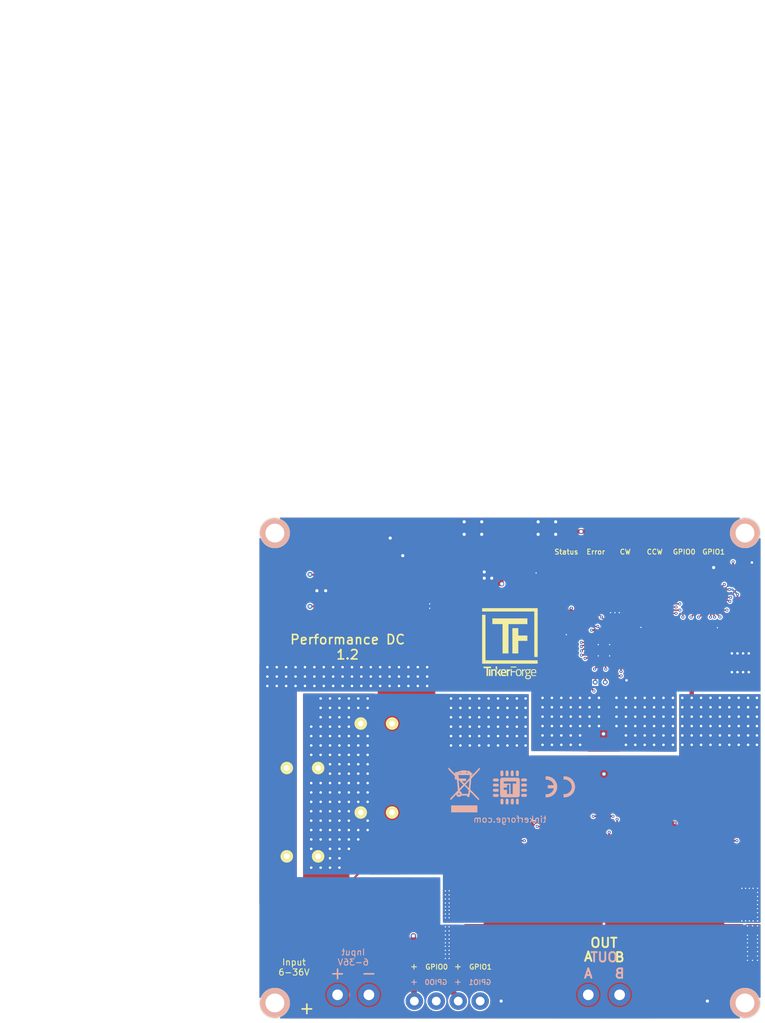
<source format=kicad_pcb>
(kicad_pcb (version 20221018) (generator pcbnew)
  (title_block (title "Performance DC V2 Bricklet") (date "2020-01-09") (rev "1.2") (company "Tinkerforge GmbH") (comment 1 "Licensed under CERN OHL v.1.1") (comment 2 "Copyright (©) 2020, T.Schneidermann <tim@tinkerforge.com>"))
  (layers (0 "F.Cu" power) (1 "In1.Cu" signal) (2 "In2.Cu" signal) (31 "B.Cu" power) (34 "B.Paste" user) (35 "F.Paste" user) (36 "B.SilkS" user "B.Silkscreen") (37 "F.SilkS" user "F.Silkscreen") (38 "B.Mask" user) (39 "F.Mask" user) (44 "Edge.Cuts" user))
  (net 0 "")
  (net 1 "Net-(C1-Pad1)")
  (net 2 "GND")
  (net 3 "+3.3VP")
  (net 4 "Net-(C9-Pad1)")
  (net 5 "Net-(C11-Pad1)")
  (net 6 "Net-(C12-Pad1)")
  (net 7 "Net-(D1-Pad2)")
  (net 8 "V_GPIO")
  (net 9 "+5V")
  (net 10 "Net-(P1-Pad4)")
  (net 11 "Net-(P1-Pad5)")
  (net 12 "Net-(P1-Pad6)")
  (net 13 "Net-(P2-Pad1)")
  (net 14 "Net-(P3-Pad2)")
  (net 15 "Net-(P5-Pad3)")
  (net 16 "Net-(P5-Pad1)")
  (net 17 "Net-(R1-Pad1)")
  (net 18 "GPIO0")
  (net 19 "GPIO1")
  (net 20 "Net-(R12-Pad2)")
  (net 21 "Net-(R13-Pad2)")
  (net 22 "S-CS")
  (net 23 "S-CLK")
  (net 24 "S-MOSI")
  (net 25 "S-MISO")
  (net 26 "Net-(Q1-PadG)")
  (net 27 "Net-(C14-Pad1)")
  (net 28 "Net-(D8-Pad2)")
  (net 29 "Net-(D9-Pad2)")
  (net 30 "Net-(D10-Pad2)")
  (net 31 "Net-(D11-Pad2)")
  (net 32 "Net-(D12-Pad2)")
  (net 33 "Net-(R2-Pad1)")
  (net 34 "Net-(R3-Pad1)")
  (net 35 "Net-(RP5-Pad5)")
  (net 36 "Net-(RP5-Pad6)")
  (net 37 "Net-(RP5-Pad7)")
  (net 38 "Net-(RP5-Pad8)")
  (net 39 "Net-(C5-Pad1)")
  (net 40 "AVDD")
  (net 41 "Net-(C7-Pad2)")
  (net 42 "Net-(C8-Pad2)")
  (net 43 "Net-(C8-Pad1)")
  (net 44 "Net-(C16-Pad2)")
  (net 45 "Net-(C20-Pad2)")
  (net 46 "Net-(D13-Pad2)")
  (net 47 "Net-(Q2-PadG)")
  (net 48 "Net-(Q3-PadG)")
  (net 49 "Net-(Q4-PadG)")
  (net 50 "Net-(D2-Pad2)")
  (net 51 "SO")
  (net 52 "VIN")
  (net 53 "SNSOUT")
  (net 54 "nFAULT")
  (net 55 "Net-(R9-Pad1)")
  (net 56 "Net-(R18-Pad2)")
  (net 57 "Net-(R20-Pad2)")
  (net 58 "Net-(R21-Pad2)")
  (net 59 "Net-(R22-Pad2)")
  (net 60 "Net-(R23-Pad2)")
  (net 61 "IN1")
  (net 62 "IN2")
  (net 63 "nSLEEP")
  (net 64 "Net-(RP2-Pad6)")
  (net 65 "Net-(RP2-Pad7)")
  (net 66 "TEMP")
  (footprint "kicad-libraries:C0603F" (layer "F.Cu") (at 70.1 110.4 -90)
    (fp_text reference "C11")
    (fp_text value "100nF/100V")
  )
  (footprint "kicad-libraries:C0603F" (layer "F.Cu") (at 70.1 113.9 90)
    (fp_text reference "C12")
    (fp_text value "100nF/100V")
  )
  (footprint "kicad-libraries:R0603F" (layer "F.Cu") (at 117.9 108.1 90)
    (fp_text reference "R1")
    (fp_text value "1k")
  )
  (footprint "kicad-libraries:R0603F" (layer "F.Cu") (at 72.3 114.7)
    (fp_text reference "R13")
    (fp_text value "1k")
  )
  (footprint "kicad-libraries:R0603F" (layer "F.Cu") (at 68.7 110.4 -90)
    (fp_text reference "R14")
    (fp_text value "4,7k")
  )
  (footprint "kicad-libraries:R0603F" (layer "F.Cu") (at 68.7 113.9 90)
    (fp_text reference "R15")
    (fp_text value "4,7k")
  )
  (footprint "kicad-libraries:R0805E" (layer "F.Cu") (at 84.1 169.5 90)
    (fp_text reference "R16")
    (fp_text value "2,2k")
  )
  (footprint "kicad-libraries:MiniMelf" (layer "F.Cu") (at 79.6 106.6)
    (fp_text reference "D6")
    (fp_text value "Z3,3V")
  )
  (footprint "kicad-libraries:R0603F" (layer "F.Cu") (at 86.7 112.9 90)
    (fp_text reference "R10")
    (fp_text value "1k")
  )
  (footprint "kicad-libraries:R0805E" (layer "F.Cu") (at 86.4 169.5 90)
    (fp_text reference "R17")
    (fp_text value "2,2k")
  )
  (footprint "kicad-libraries:R0603F" (layer "F.Cu") (at 72.3 109.6)
    (fp_text reference "R12")
    (fp_text value "1k")
  )
  (footprint "kicad-libraries:DIP_8_SMD" (layer "F.Cu") (at 79.5 113.4 90)
    (fp_text reference "U7")
    (fp_text value "LTV-827")
  )
  (footprint "kicad-libraries:OQ_4P_Vertical" (layer "F.Cu") (at 89.5 177.7)
    (fp_text reference "P5")
    (fp_text value "GPIO")
  )
  (footprint "kicad-libraries:R0603F" (layer "F.Cu") (at 86.7 116.4 -90)
    (fp_text reference "R11")
    (fp_text value "1k")
  )
  (footprint "kicad-libraries:C0603F" (layer "F.Cu") (at 79.6 104.7)
    (fp_text reference "C9")
    (fp_text value "100nF/100V")
  )
  (footprint "kicad-libraries:C0805E" (layer "F.Cu") (at 97.4 107.7 180)
    (fp_text reference "C2")
    (fp_text value "10uF")
  )
  (footprint "kicad-libraries:C0603F" (layer "F.Cu") (at 97.4 109.3 180)
    (fp_text reference "C3")
    (fp_text value "1uF")
  )
  (footprint "kicad-libraries:R0603F" (layer "F.Cu") (at 122.9 108.1 90)
    (fp_text reference "R3")
    (fp_text value "1k")
  )
  (footprint "kicad-libraries:0603X4" (layer "F.Cu") (at 120.4 108.1)
    (fp_text reference "RP5")
    (fp_text value "1k")
  )
  (footprint "kicad-libraries:CON-SENSOR2_180" (layer "F.Cu") (at 99.5 100.7 180)
    (fp_text reference "P1")
    (fp_text value "CON-SENSOR2")
  )
  (footprint "kicad-libraries:Logo_TF_10x12" (layer "F.Cu") (at 99.5 120.5)
    (fp_text reference "G***" hide)
    (fp_text value "LOGO" hide)
  )
  (footprint "kicad-libraries:Fiducial_Mark" (layer "F.Cu") (at 70.5 104.5)
    (fp_text reference "Fiducial_Mark" hide)
    (fp_text value "VAL**" hide)
  )
  (footprint "C0402E" (layer "F.Cu") (at 103.5 108.2 -90)
    (fp_text reference "C1")
    (fp_text value "220pF")
  )
  (footprint "C0603F" (layer "F.Cu") (at 131.3 109.4)
    (fp_text reference "C4")
    (fp_text value "100nF")
  )
  (footprint "kicad-libraries:C0603F" (layer "F.Cu") (at 115.6 117.3 90)
    (fp_text reference "C5")
    (fp_text value "1uF/16V")
  )
  (footprint "kicad-libraries:C0603F" (layer "F.Cu") (at 116.9 117.3 90)
    (fp_text reference "C6")
    (fp_text value "1uF/16V")
  )
  (footprint "kicad-libraries:C0603F" (layer "F.Cu") (at 118.9 122.5 180)
    (fp_text reference "C7")
    (fp_text value "1uF/16V")
  )
  (footprint "kicad-libraries:C0603F" (layer "F.Cu") (at 118.1 124.6 -90)
    (fp_text reference "C10")
    (fp_text value "100nF/100V")
  )
  (footprint "kicad-libraries:ELKO_83" (layer "F.Cu") (at 132.7 123.7 180)
    (fp_text reference "C13")
    (fp_text value "10uF/100V")
  )
  (footprint "kicad-libraries:C1206E" (layer "F.Cu") (at 66 129.7 180)
    (fp_text reference "C15")
    (fp_text value "1uF/100V")
  )
  (footprint "kicad-libraries:C1206E" (layer "F.Cu") (at 66 132 180)
    (fp_text reference "C18")
    (fp_text value "1uF/100V")
  )
  (footprint "kicad-libraries:ELKO_RAD_12" (layer "F.Cu") (at 66.4 140.5)
    (fp_text reference "C19")
    (fp_text value "220uF/100V/UVY2A221MHD1TO")
  )
  (footprint "kicad-libraries:C0603F" (layer "F.Cu") (at 94.2 152.8 -90)
    (fp_text reference "C20")
    (fp_text value "DNP")
  )
  (footprint "kicad-libraries:C0603F" (layer "F.Cu") (at 111.3 149.1 90)
    (fp_text reference "C21")
    (fp_text value "DNP")
  )
  (footprint "kicad-libraries:ELKO_RAD_12" (layer "F.Cu") (at 66.4 154.6)
    (fp_text reference "C22")
    (fp_text value "220uF/100V/UVY2A221MHD1TO")
  )
  (footprint "kicad-libraries:C0603F" (layer "F.Cu") (at 129 177.7)
    (fp_text reference "C23")
    (fp_text value "1nF/100V")
  )
  (footprint "kicad-libraries:C0603F" (layer "F.Cu") (at 100 177.7 180)
    (fp_text reference "C24")
    (fp_text value "1nF/100V")
  )
  (footprint "D0603F" (layer "F.Cu") (at 108.5 103.5 -90)
    (fp_text reference "D1")
    (fp_text value "BLUE")
  )
  (footprint "D0603F" (layer "F.Cu") (at 132 103.5 -90)
    (fp_text reference "D8")
    (fp_text value "BLUE")
  )
  (footprint "D0603F" (layer "F.Cu") (at 127.3 103.5 -90)
    (fp_text reference "D9")
    (fp_text value "BLUE")
  )
  (footprint "D0603F" (layer "F.Cu") (at 122.6 103.5 -90)
    (fp_text reference "D10")
    (fp_text value "BLUE")
  )
  (footprint "D0603F" (layer "F.Cu") (at 117.9 103.5 -90)
    (fp_text reference "D11")
    (fp_text value "BLUE")
  )
  (footprint "D0603F" (layer "F.Cu") (at 113.2 103.5 -90)
    (fp_text reference "D12")
    (fp_text value "RED")
  )
  (footprint "kicad-libraries:SMB" (layer "F.Cu") (at 74.5 165.4)
    (fp_text reference "D13")
    (fp_text value "SMBJ36CA")
  )
  (footprint "DEBUG_PAD" (layer "F.Cu") (at 129.8 117.9)
    (fp_text reference "P2")
    (fp_text value "DEBUG")
  )
  (footprint "SolderJumper" (layer "F.Cu") (at 131.55 117.875 90)
    (fp_text reference "P3")
    (fp_text value "BOOT")
  )
  (footprint "kicad-libraries:OQ_2P_5mm_Vertical" (layer "F.Cu") (at 114.5 176.7)
    (fp_text reference "P4")
    (fp_text value "OUT")
  )
  (footprint "kicad-libraries:OQ_2P_5mm_Vertical_Black" (layer "F.Cu") (at 74.5 176.7)
    (fp_text reference "P6")
    (fp_text value "IN")
  )
  (footprint "kicad-libraries:SON_5x6mm" (layer "F.Cu") (at 78.4 159.8225 90)
    (fp_text reference "Q5")
    (fp_text value "CSD19533Q5A")
  )
  (footprint "kicad-libraries:R0603F" (layer "F.Cu") (at 135.1 109.3 90)
    (fp_text reference "R2")
    (fp_text value "7,5k")
  )
  (footprint "kicad-libraries:R0603F" (layer "F.Cu") (at 133.8 109.3 -90)
    (fp_text reference "R4")
    (fp_text value "10k")
  )
  (footprint "kicad-libraries:R0603F" (layer "F.Cu") (at 137.4 109.9 180)
    (fp_text reference "R5")
    (fp_text value "100k")
  )
  (footprint "kicad-libraries:R0603F" (layer "F.Cu") (at 137.4 108.6)
    (fp_text reference "R6")
    (fp_text value "10k")
  )
  (footprint "kicad-libraries:R0603F" (layer "F.Cu") (at 110.1 119.2 180)
    (fp_text reference "R9")
    (fp_text value "200k")
  )
  (footprint "kicad-libraries:R0603F" (layer "F.Cu") (at 119.5 118.8 90)
    (fp_text reference "R19")
    (fp_text value "DNP")
  )
  (footprint "kicad-libraries:R0603F" (layer "F.Cu") (at 100.8 152.8 90)
    (fp_text reference "R20")
    (fp_text value "0")
  )
  (footprint "kicad-libraries:R0603F" (layer "F.Cu") (at 104.7 149.1 -90)
    (fp_text reference "R21")
    (fp_text value "0")
  )
  (footprint "kicad-libraries:R2818" (layer "F.Cu") (at 114.5 138.2 90)
    (fp_text reference "R24")
    (fp_text value "0,01/WSHM2818R0100FEA")
  )
  (footprint "kicad-libraries:R0603F" (layer "F.Cu") (at 74.8 161.5 90)
    (fp_text reference "R25")
    (fp_text value "100k")
  )
  (footprint "kicad-libraries:1210" (layer "F.Cu") (at 74.5 169.7)
    (fp_text reference "R26")
    (fp_text value "B72530T6250K062")
  )
  (footprint "DRILL_NP" (layer "F.Cu") (at 137 178)
    (fp_text reference "U2" hide)
    (fp_text value "DRILL" hide)
  )
  (footprint "DRILL_NP" (layer "F.Cu") (at 137 103)
    (fp_text reference "U3" hide)
    (fp_text value "DRILL" hide)
  )
  (footprint "DRILL_NP" (layer "F.Cu") (at 62 178)
    (fp_text reference "U4" hide)
    (fp_text value "DRILL" hide)
  )
  (footprint "DRILL_NP" (layer "F.Cu") (at 62 103)
    (fp_text reference "U5" hide)
    (fp_text value "DRILL" hide)
  )
  (footprint "kicad-libraries:SON_5x6mm" (layer "F.Cu") (at 108 150.9225 90)
    (fp_text reference "Q4")
    (fp_text value "CSD19533Q5A")
  )
  (footprint "kicad-libraries:SOD-123" (layer "F.Cu") (at 74.8 157.3 -90)
    (fp_text reference "D2")
    (fp_text value "Z12V")
  )
  (footprint "kicad-libraries:ELKO_RAD_12" (layer "F.Cu") (at 78.2 147.6 180)
    (fp_text reference "C25")
    (fp_text value "220uF/100V/UVY2A221MHD1TO")
  )
  (footprint "kicad-libraries:C0603F" (layer "F.Cu") (at 128.2 152.8 -90)
    (fp_text reference "C16")
    (fp_text value "DNP")
  )
  (footprint "kicad-libraries:SON_5x6mm" (layer "F.Cu") (at 131.5 150.9775 -90)
    (fp_text reference "Q1")
    (fp_text value "CSD19533Q5A")
  )
  (footprint "kicad-libraries:R0603F" (layer "F.Cu") (at 134.8 152.8 90)
    (fp_text reference "R22")
    (fp_text value "0")
  )
  (footprint "kicad-libraries:C0603F" (layer "F.Cu") (at 124.3 149.1 90)
    (fp_text reference "C17")
    (fp_text value "DNP")
  )
  (footprint "kicad-libraries:R0603F" (layer "F.Cu") (at 117.7 149.1 -90)
    (fp_text reference "R23")
    (fp_text value "0")
  )
  (footprint "kicad-libraries:SON_5x6mm" (layer "F.Cu") (at 121 150.9225 90)
    (fp_text reference "Q2")
    (fp_text value "CSD19533Q5A")
  )
  (footprint "kicad-libraries:C0603F" (layer "F.Cu") (at 118.9 120.9 180)
    (fp_text reference "C8")
    (fp_text value "100nF/100V")
  )
  (footprint "kicad-libraries:R0603F" (layer "F.Cu") (at 118.2 118.8 -90)
    (fp_text reference "R18")
    (fp_text value "0")
  )
  (footprint "kicad-libraries:C0603F" (layer "F.Cu") (at 113.9 125.7 180)
    (fp_text reference "C14")
    (fp_text value "1nF")
  )
  (footprint "kicad-libraries:ELKO_RAD_12" (layer "F.Cu") (at 78.2 133.4 180)
    (fp_text reference "C26")
    (fp_text value "220uF/100V/UVY2A221MHD1TO")
  )
  (footprint "kicad-libraries:QFN24-4x4mm-0.5mm" (layer "F.Cu") (at 114.5 121.7 180)
    (fp_text reference "U6")
    (fp_text value "DRV8701P")
  )
  (footprint "kicad-libraries:4X0603" (layer "F.Cu") (at 110.1 116.7 90)
    (fp_text reference "RP2")
    (fp_text value "1k")
  )
  (footprint "QFN24-4x4mm-0.5mm" (layer "F.Cu") (at 131.3 113.5 180)
    (fp_text reference "U1")
    (fp_text value "XMC1302")
  )
  (footprint "tinkerforge:4X0402" (layer "F.Cu") (at 101.2 108.5 180)
    (fp_text reference "RP1")
    (fp_text value "82")
  )
  (footprint "kicad-libraries:C0603F" (layer "F.Cu") (at 114.4 148.2)
    (fp_text reference "C27")
    (fp_text value "100nF")
  )
  (footprint "kicad-libraries:SOT23-3" (layer "F.Cu") (at 114.448859 150.5268 180)
    (fp_text reference "U8")
    (fp_text value "TMP235")
  )
  (footprint "kicad-libraries:DFN5_5x6" (layer "F.Cu") (at 135.4 168.4 -90)
    (fp_text reference "D4")
    (fp_text value "NTS12120EMFST1G")
  )
  (footprint "kicad-libraries:SON_5x6mm" (layer "F.Cu") (at 97.5 150.9775 -90)
    (fp_text reference "Q3")
    (fp_text value "CSD19533Q5A")
  )
  (footprint "kicad-libraries:DFN5_5x6" (layer "F.Cu") (at 93.5 162.3 -90)
    (fp_text reference "D5")
    (fp_text value "NTS12120EMFST1G")
  )
  (footprint "kicad-libraries:DFN5_5x6" (layer "F.Cu") (at 135.5 162.3 90)
    (fp_text reference "D3")
    (fp_text value "NTS12120EMFST1G")
  )
  (footprint "kicad-libraries:DFN5_5x6" (layer "F.Cu") (at 93.6 168.4 90)
    (fp_text reference "D7")
    (fp_text value "NTS12120EMFST1G")
  )
  (footprint "kicad-libraries:Logo_CoMCU" (layer "B.Cu") (at 99.5 143.6 180)
    (fp_text reference "G***" hide)
    (fp_text value "LOGO" hide)
  )
  (footprint "kicad-libraries:CE_5mm" (layer "B.Cu") (at 107.5 143.5 180)
    (fp_text reference "VAL" hide)
    (fp_text value "CE_5mm" hide)
  )
  (footprint "kicad-libraries:WEEE_7mm" (layer "B.Cu") (at 92.2 144 180)
    (fp_text reference "VAL" hide)
    (fp_text value "WEEE_7mm" hide)
  )
  (gr_line (start 59.5 178) (end 59.5 103) (stroke (width 0.05)) (layer "Edge.Cuts"))
  (gr_arc (start 137 100.5) (mid 138.767767 101.232233) (end 139.5 103) (stroke (width 0.05)) (layer "Edge.Cuts"))
  (gr_line (start 137 180.5) (end 62 180.5) (stroke (width 0.05)) (layer "Edge.Cuts"))
  (gr_arc (start 139.5 178) (mid 138.767767 179.767767) (end 137 180.5) (stroke (width 0.05)) (layer "Edge.Cuts"))
  (gr_arc (start 62 180.5) (mid 60.232233 179.767767) (end 59.5 178) (stroke (width 0.05)) (layer "Edge.Cuts"))
  (gr_line (start 62 100.5) (end 137 100.5) (stroke (width 0.05)) (layer "Edge.Cuts"))
  (gr_line (start 139.5 103) (end 139.5 178) (stroke (width 0.05)) (layer "Edge.Cuts"))
  (gr_arc (start 59.5 103) (mid 60.232233 101.232233) (end 62 100.5) (stroke (width 0.05)) (layer "Edge.Cuts"))
  (gr_text "Input\n6-36V" (at 74.5 170.7) (layer "B.SilkS") (effects (font (size 1 1)) (justify mirror)))
  (gr_text "+" (at 72 173.2) (layer "B.SilkS") (effects (font (size 2 2) (thickness 0.25)) (justify mirror)))
  (gr_text "-" (at 77 173.2) (layer "B.SilkS") (effects (font (size 2 2) (thickness 0.25)) (justify mirror)))
  (gr_text "+" (at 84.2 174.6) (layer "B.SilkS") (effects (font (size 1 1)) (justify mirror)))
  (gr_text "OUT" (at 114.5 170.7) (layer "B.SilkS") (effects (font (size 1.5 1.5) (thickness 0.3)) (justify mirror)))
  (gr_text "B" (at 117 173.3) (layer "B.SilkS") (effects (font (size 1.5 1.5) (thickness 0.3)) (justify mirror)))
  (gr_text "A" (at 112 173.3) (layer "B.SilkS") (effects (font (size 1.5 1.5) (thickness 0.3)) (justify mirror)))
  (gr_text "tinkerforge.com" (at 99.5 148.7) (layer "B.SilkS") (effects (font (size 1 1)) (justify mirror)))
  (gr_text "GPIO1" (at 94.7 174.7) (layer "B.SilkS") (effects (font (size 0.8 0.8)) (justify mirror)))
  (gr_text "+" (at 91.2 174.6) (layer "B.SilkS") (effects (font (size 1 1)) (justify mirror)))
  (gr_text "GPIO0" (at 87.7 174.7) (layer "B.SilkS") (effects (font (size 0.8 0.8)) (justify mirror)))
  (gr_text "Status" (at 108.5 106) (layer "F.SilkS") (effects (font (size 0.8 0.8))))
  (gr_text "GPIO1" (at 132 106) (layer "F.SilkS") (effects (font (size 0.8 0.8))))
  (gr_text "Input\n6-36V" (at 65.05 172.3) (layer "F.SilkS") (effects (font (size 1 1))))
  (gr_text "GPIO1" (at 94.8 172.25) (layer "F.SilkS") (effects (font (size 0.8 0.8))))
  (gr_text "B" (at 117 170.7) (layer "F.SilkS") (effects (font (size 1.5 1.5) (thickness 0.3))))
  (gr_text "+" (at 84.2 172.15) (layer "F.SilkS") (effects (font (size 1 1))))
  (gr_text "A" (at 112 170.6) (layer "F.SilkS") (effects (font (size 1.5 1.5) (thickness 0.3))))
  (gr_text "CW" (at 117.9 106) (layer "F.SilkS") (effects (font (size 0.8 0.8))))
  (gr_text "GPIO0" (at 87.8 172.25) (layer "F.SilkS") (effects (font (size 0.8 0.8))))
  (gr_text "CCW" (at 122.6 106) (layer "F.SilkS") (effects (font (size 0.8 0.8))))
  (gr_text "GPIO0" (at 127.3 106) (layer "F.SilkS") (effects (font (size 0.8 0.8))))
  (gr_text "Error" (at 113.2 106) (layer "F.SilkS") (effects (font (size 0.8 0.8))))
  (gr_text "+" (at 91.2 172.15) (layer "F.SilkS") (effects (font (size 1 1))))
  (gr_text "+" (at 67.1 178.8) (layer "F.SilkS") (effects (font (size 2 2) (thickness 0.25))))
  (gr_text "Performance DC\n1.2" (at 73.6 121.2) (layer "F.SilkS") (effects (font (size 1.5 1.5) (thickness 0.25))))
  (gr_text "OUT" (at 114.5 168.4) (layer "F.SilkS") (effects (font (size 1.5 1.5) (thickness 0.3))))
  (segment (start 102.15 107.55) (end 101.9493 107.7507) (width 0.2) (layer "F.Cu") (net 1))
  (segment (start 103.25 105.4) (end 103.25 107.3) (width 0.2) (layer "F.Cu") (net 1))
  (segment (start 103.5 107.55) (end 102.15 107.55) (width 0.2) (layer "F.Cu") (net 1))
  (segment (start 103.5009 107.5491) (end 103.5 107.55) (width 0.2) (layer "F.Cu") (net 1))
  (segment (start 103.25 107.3) (end 103.5 107.55) (width 0.2) (layer "F.Cu") (net 1))
  (segment (start 101.9493 107.7507) (end 101.9493 107.925) (width 0.2) (layer "F.Cu") (net 1))
  (segment (start 130.65 112.85) (end 130.65 114.15) (width 0.25) (layer "F.Cu") (net 2))
  (segment (start 112.475 121.95) (end 113.45 121.95) (width 0.25) (layer "F.Cu") (net 2))
  (segment (start 138.15 108.6) (end 138.15 107.75) (width 0.7) (layer "F.Cu") (net 2))
  (segment (start 132.1 118.1) (end 131.825 118.375) (width 0.2) (layer "F.Cu") (net 2))
  (segment (start 97 107.15) (end 96.45 107.7) (width 0.7) (layer "F.Cu") (net 2))
  (segment (start 80.35 104.7) (end 80.4 104.7) (width 0.5) (layer "F.Cu") (net 2))
  (segment (start 80.4 104.7) (end 81.3 105.6) (width 0.5) (layer "F.Cu") (net 2))
  (segment (start 116.525 120.95) (end 115.775 120.95) (width 0.25) (layer "F.Cu") (net 2))
  (segment (start 77.74 156.395) (end 77.74 157.07) (width 0.3) (layer "F.Cu") (net 2))
  (segment (start 81.29926 106.6) (end 82.4 106.6) (width 0.5) (layer "F.Cu") (net 2))
  (segment (start 131.999998 109.065685) (end 131.999998 108.5) (width 0.7) (layer "F.Cu") (net 2))
  (segment (start 103.428925 108.921075) (end 103.428925 109.121803) (width 0.2) (layer "F.Cu") (net 2))
  (segment (start 113.15 125.7) (end 113.15 126.75) (width 0.25) (layer "F.Cu") (net 2))
  (segment (start 103.428925 109.121803) (end 103.678924 109.371802) (width 0.2) (layer "F.Cu") (net 2))
  (segment (start 132.05 109.4) (end 131.55 109.9) (width 0.25) (layer "F.Cu") (net 2))
  (segment (start 118.1 125.35) (end 118.1 126.5) (width 0.7) (layer "F.Cu") (net 2))
  (segment (start 113.15 126.75) (end 113.1 126.8) (width 0.25) (layer "F.Cu") (net 2))
  (segment (start 103.5 108.85) (end 103.428925 108.921075) (width 0.2) (layer "F.Cu") (net 2))
  (segment (start 81.3 105.6) (end 81.3 106.59926) (width 0.5) (layer "F.Cu") (net 2))
  (segment (start 113.75 125.1) (end 113.75 123.725) (width 0.25) (layer "F.Cu") (net 2))
  (segment (start 115.625224 121.099776) (end 115.625224 121.433952) (width 0.25) (layer "F.Cu") (net 2))
  (segment (start 113.15 125.7) (end 113.75 125.1) (width 0.25) (layer "F.Cu") (net 2))
  (segment (start 133.8 108.55) (end 132.049998 108.55) (width 0.7) (layer "F.Cu") (net 2))
  (segment (start 131.55 112.45) (end 131.95 112.85) (width 0.25) (layer "F.Cu") (net 2))
  (segment (start 115.15 148.2) (end 115.15 148.824899) (width 0.25) (layer "F.Cu") (net 2))
  (segment (start 119.5 118.05) (end 120.4 118.05) (width 0.3) (layer "F.Cu") (net 2))
  (segment (start 113.45 121.95) (end 113.85 122.35) (width 0.25) (layer "F.Cu") (net 2))
  (segment (start 131.55 111.475) (end 131.55 112.45) (width 0.25) (layer "F.Cu") (net 2))
  (segment (start 86.7 113.65) (end 86.7 114.4) (width 0.2) (layer "F.Cu") (net 2))
  (segment (start 80.35 103.85) (end 80.4 103.8) (width 0.5) (layer "F.Cu") (net 2))
  (segment (start 80.35 104.7) (end 80.35 103.85) (width 0.5) (layer "F.Cu") (net 2))
  (segment (start 86.7 113.65) (end 86.7 115.65) (width 0.7) (layer "F.Cu") (net 2))
  (segment (start 74.8 155.45088) (end 76.79588 155.45088) (width 0.3) (layer "F.Cu") (net 2))
  (segment (start 115.775 120.95) (end 115.625224 121.099776) (width 0.25) (layer "F.Cu") (net 2))
  (segment (start 81.3 106.59926) (end 81.29926 106.6) (width 0.5) (layer "F.Cu") (net 2))
  (segment (start 86.7 115.65) (end 86.7 114.9) (width 0.2) (layer "F.Cu") (net 2))
  (segment (start 131.275 118.375) (end 131.55 118.375) (width 0.2) (layer "F.Cu") (net 2))
  (segment (start 132.05 109.4) (end 131.999998 109.349998) (width 0.7) (layer "F.Cu") (net 2))
  (segment (start 115.15 148.824899) (end 114.448859 149.52604) (width 0.25) (layer "F.Cu") (net 2))
  (segment (start 131.95 112.85) (end 130.65 112.85) (width 0.25) (layer "F.Cu") (net 2))
  (segment (start 131.999998 109.349998) (end 131.999998 109.065685) (width 0.7) (layer "F.Cu") (net 2))
  (segment (start 99.25 177.7) (end 98.10001 177.7) (width 0.7) (layer "F.Cu") (net 2))
  (segment (start 97 105.4) (end 97 107.15) (width 0.7) (layer "F.Cu") (net 2))
  (segment (start 131 118.1) (end 131.275 118.375) (width 0.2) (layer "F.Cu") (net 2))
  (segment (start 131.825 118.375) (end 131.55 118.375) (width 0.2) (layer "F.Cu") (net 2))
  (segment (start 131.55 109.9) (end 131.55 111.475) (width 0.25) (layer "F.Cu") (net 2))
  (segment (start 129.75 177.7) (end 131 177.7) (width 0.7) (layer "F.Cu") (net 2))
  (segment (start 109.35 119.2) (end 108.5 119.2) (width 0.3) (layer "F.Cu") (net 2))
  (segment (start 130.65 114.15) (end 131.95 114.15) (width 0.25) (layer "F.Cu") (net 2))
  (segment (start 96.45 109.1) (end 96.65 109.3) (width 0.7) (layer "F.Cu") (net 2))
  (segment (start 96.45 107.7) (end 96.45 109.1) (width 0.7) (layer "F.Cu") (net 2))
  (segment (start 115.15 148.2) (end 115.92499 148.2) (width 0.25) (layer "F.Cu") (net 2))
  (segment (start 138.15 107.75) (end 138.1 107.7) (width 0.7) (layer "F.Cu") (net 2))
  (segment (start 132.1 118.1) (end 132.6 118.1) (width 0.2) (layer "F.Cu") (net 2))
  (segment (start 76.79588 155.45088) (end 77.74 156.395) (width 0.3) (layer "F.Cu") (net 2))
  (segment (start 132.049998 108.55) (end 131.999998 108.5) (width 0.7) (layer "F.Cu") (net 2))
  (via (at 95.4 110.2) (size 0.8) (drill 0.5) (layers "F.Cu" "B.Cu") (net 2))
  (via (at 106.2 129.3) (size 0.8) (drill 0.4) (layers "F.Cu" "B.Cu") (net 2))
  (via (at 107.7 129.3) (size 0.8) (drill 0.4) (layers "F.Cu" "B.Cu") (net 2))
  (via (at 109.2 129.3) (size 0.8) (drill 0.4) (layers "F.Cu" "B.Cu") (net 2))
  (via (at 110.7 129.3) (size 0.8) (drill 0.4) (layers "F.Cu" "B.Cu") (net 2))
  (via (at 112.2 129.3) (size 0.8) (drill 0.4) (layers "F.Cu" "B.Cu") (net 2))
  (via (at 113.7 129.3) (size 0.8) (drill 0.4) (layers "F.Cu" "B.Cu") (net 2))
  (via (at 104.7 130.8) (size 0.8) (drill 0.4) (layers "F.Cu" "B.Cu") (net 2))
  (via (at 106.2 130.8) (size 0.8) (drill 0.4) (layers "F.Cu" "B.Cu") (net 2))
  (via (at 107.7 130.8) (size 0.8) (drill 0.4) (layers "F.Cu" "B.Cu") (net 2))
  (via (at 109.2 130.8) (size 0.8) (drill 0.4) (layers "F.Cu" "B.Cu") (net 2))
  (via (at 110.7 130.8) (size 0.8) (drill 0.4) (layers "F.Cu" "B.Cu") (net 2))
  (via (at 112.2 130.8) (size 0.8) (drill 0.4) (layers "F.Cu" "B.Cu") (net 2))
  (via (at 113.7 130.8) (size 0.8) (drill 0.4) (layers "F.Cu" "B.Cu") (net 2))
  (via (at 104.7 132.3) (size 0.8) (drill 0.4) (layers "F.Cu" "B.Cu") (net 2))
  (via (at 106.2 132.3) (size 0.8) (drill 0.4) (layers "F.Cu" "B.Cu") (net 2))
  (via (at 107.7 132.3) (size 0.8) (drill 0.4) (layers "F.Cu" "B.Cu") (net 2))
  (via (at 109.2 132.3) (size 0.8) (drill 0.4) (layers "F.Cu" "B.Cu") (net 2))
  (via (at 110.7 132.3) (size 0.8) (drill 0.4) (layers "F.Cu" "B.Cu") (net 2))
  (via (at 112.2 132.3) (size 0.8) (drill 0.4) (layers "F.Cu" "B.Cu") (net 2))
  (via (at 113.7 132.3) (size 0.8) (drill 0.4) (layers "F.Cu" "B.Cu") (net 2))
  (via (at 104.7 133.8) (size 0.8) (drill 0.4) (layers "F.Cu" "B.Cu") (net 2))
  (via (at 106.2 133.8) (size 0.8) (drill 0.4) (layers "F.Cu" "B.Cu") (net 2))
  (via (at 107.7 133.8) (size 0.8) (drill 0.4) (layers "F.Cu" "B.Cu") (net 2))
  (via (at 109.2 133.8) (size 0.8) (drill 0.4) (layers "F.Cu" "B.Cu") (net 2))
  (via (at 110.7 133.8) (size 0.8) (drill 0.4) (layers "F.Cu" "B.Cu") (net 2))
  (via (at 112.2 133.8) (size 0.8) (drill 0.4) (layers "F.Cu" "B.Cu") (net 2))
  (via (at 113.7 133.8) (size 0.8) (drill 0.4) (layers "F.Cu" "B.Cu") (net 2))
  (via (at 104.7 135.3) (size 0.8) (drill 0.4) (layers "F.Cu" "B.Cu") (net 2))
  (via (at 106.2 135.3) (size 0.8) (drill 0.4) (layers "F.Cu" "B.Cu") (net 2))
  (via (at 107.7 135.3) (size 0.8) (drill 0.4) (layers "F.Cu" "B.Cu") (net 2))
  (via (at 109.2 135.3) (size 0.8) (drill 0.4) (layers "F.Cu" "B.Cu") (net 2))
  (via (at 110.7 135.3) (size 0.8) (drill 0.4) (layers "F.Cu" "B.Cu") (net 2))
  (via (at 104.7 136.8) (size 0.8) (drill 0.4) (layers "F.Cu" "B.Cu") (net 2))
  (via (at 106.2 136.8) (size 0.8) (drill 0.4) (layers "F.Cu" "B.Cu") (net 2))
  (via (at 107.7 136.8) (size 0.8) (drill 0.4) (layers "F.Cu" "B.Cu") (net 2))
  (via (at 109.2 136.8) (size 0.8) (drill 0.4) (layers "F.Cu" "B.Cu") (net 2))
  (via (at 110.7 136.8) (size 0.8) (drill 0.4) (layers "F.Cu" "B.Cu") (net 2))
  (via (at 118 129.3) (size 0.8) (drill 0.4) (layers "F.Cu" "B.Cu") (net 2))
  (via (at 119.5 129.3) (size 0.8) (drill 0.4) (layers "F.Cu" "B.Cu") (net 2))
  (via (at 121 129.3) (size 0.8) (drill 0.4) (layers "F.Cu" "B.Cu") (net 2))
  (via (at 122.5 129.3) (size 0.8) (drill 0.4) (layers "F.Cu" "B.Cu") (net 2))
  (via (at 124 129.3) (size 0.8) (drill 0.4) (layers "F.Cu" "B.Cu") (net 2))
  (via (at 125.5 129.3) (size 0.8) (drill 0.4) (layers "F.Cu" "B.Cu") (net 2))
  (via (at 116.5 130.8) (size 0.8) (drill 0.4) (layers "F.Cu" "B.Cu") (net 2))
  (via (at 118 130.8) (size 0.8) (drill 0.4) (layers "F.Cu" "B.Cu") (net 2))
  (via (at 119.5 130.8) (size 0.8) (drill 0.4) (layers "F.Cu" "B.Cu") (net 2))
  (via (at 121 130.8) (size 0.8) (drill 0.4) (layers "F.Cu" "B.Cu") (net 2))
  (via (at 122.5 130.8) (size 0.8) (drill 0.4) (layers "F.Cu" "B.Cu") (net 2))
  (via (at 124 130.8) (size 0.8) (drill 0.4) (layers "F.Cu" "B.Cu") (net 2))
  (via (at 125.5 130.8) (size 0.8) (drill 0.4) (layers "F.Cu" "B.Cu") (net 2))
  (via (at 116.5 132.3) (size 0.8) (drill 0.4) (layers "F.Cu" "B.Cu") (net 2))
  (via (at 118 132.3) (size 0.8) (drill 0.4) (layers "F.Cu" "B.Cu") (net 2))
  (via (at 119.5 132.3) (size 0.8) (drill 0.4) (layers "F.Cu" "B.Cu") (net 2))
  (via (at 121 132.3) (size 0.8) (drill 0.4) (layers "F.Cu" "B.Cu") (net 2))
  (via (at 122.5 132.3) (size 0.8) (drill 0.4) (layers "F.Cu" "B.Cu") (net 2))
  (via (at 124 132.3) (size 0.8) (drill 0.4) (layers "F.Cu" "B.Cu") (net 2))
  (via (at 125.5 132.3) (size 0.8) (drill 0.4) (layers "F.Cu" "B.Cu") (net 2))
  (via (at 116.5 133.8) (size 0.8) (drill 0.4) (layers "F.Cu" "B.Cu") (net 2))
  (via (at 118 133.8) (size 0.8) (drill 0.4) (layers "F.Cu" "B.Cu") (net 2))
  (via (at 119.5 133.8) (size 0.8) (drill 0.4) (layers "F.Cu" "B.Cu") (net 2))
  (via (at 121 133.8) (size 0.8) (drill 0.4) (layers "F.Cu" "B.Cu") (net 2))
  (via (at 122.5 133.8) (size 0.8) (drill 0.4) (layers "F.Cu" "B.Cu") (net 2))
  (via (at 124 133.8) (size 0.8) (drill 0.4) (layers "F.Cu" "B.Cu") (net 2))
  (via (at 125.5 133.8) (size 0.8) (drill 0.4) (layers "F.Cu" "B.Cu") (net 2))
  (via (at 118 135.3) (size 0.8) (drill 0.4) (layers "F.Cu" "B.Cu") (net 2))
  (via (at 119.5 135.3) (size 0.8) (drill 0.4) (layers "F.Cu" "B.Cu") (net 2))
  (via (at 121 135.3) (size 0.8) (drill 0.4) (layers "F.Cu" "B.Cu") (net 2))
  (via (at 122.5 135.3) (size 0.8) (drill 0.4) (layers "F.Cu" "B.Cu") (net 2))
  (via (at 124 135.3) (size 0.8) (drill 0.4) (layers "F.Cu" "B.Cu") (net 2))
  (via (at 125.5 135.3) (size 0.8) (drill 0.4) (layers "F.Cu" "B.Cu") (net 2))
  (via (at 118 136.8) (size 0.8) (drill 0.4) (layers "F.Cu" "B.Cu") (net 2))
  (via (at 119.5 136.8) (size 0.8) (drill 0.4) (layers "F.Cu" "B.Cu") (net 2))
  (via (at 121 136.8) (size 0.8) (drill 0.4) (layers "F.Cu" "B.Cu") (net 2))
  (via (at 122.5 136.8) (size 0.8) (drill 0.4) (layers "F.Cu" "B.Cu") (net 2))
  (via (at 124 136.8) (size 0.8) (drill 0.4) (layers "F.Cu" "B.Cu") (net 2))
  (via (at 125.5 136.8) (size 0.8) (drill 0.4) (layers "F.Cu" "B.Cu") (net 2))
  (via (at 62.3 124.4) (size 0.8) (drill 0.4) (layers "F.Cu" "B.Cu") (net 2))
  (via (at 63.8 124.4) (size 0.8) (drill 0.4) (layers "F.Cu" "B.Cu") (net 2))
  (via (at 65.3 124.4) (size 0.8) (drill 0.4) (layers "F.Cu" "B.Cu") (net 2))
  (via (at 66.8 124.4) (size 0.8) (drill 0.4) (layers "F.Cu" "B.Cu") (net 2))
  (via (at 68.3 124.4) (size 0.8) (drill 0.4) (layers "F.Cu" "B.Cu") (net 2))
  (via (at 69.8 124.4) (size 0.8) (drill 0.4) (layers "F.Cu" "B.Cu") (net 2))
  (via (at 71.3 124.4) (size 0.8) (drill 0.4) (layers "F.Cu" "B.Cu") (net 2))
  (via (at 72.8 124.4) (size 0.8) (drill 0.4) (layers "F.Cu" "B.Cu") (net 2))
  (via (at 74.3 124.4) (size 0.8) (drill 0.4) (layers "F.Cu" "B.Cu") (net 2))
  (via (at 75.8 124.4) (size 0.8) (drill 0.4) (layers "F.Cu" "B.Cu") (net 2))
  (via (at 77.3 124.4) (size 0.8) (drill 0.4) (layers "F.Cu" "B.Cu") (net 2))
  (via (at 78.8 124.4) (size 0.8) (drill 0.4) (layers "F.Cu" "B.Cu") (net 2))
  (via (at 80.3 124.4) (size 0.8) (drill 0.4) (layers "F.Cu" "B.Cu") (net 2))
  (via (at 81.8 124.4) (size 0.8) (drill 0.4) (layers "F.Cu" "B.Cu") (net 2))
  (via (at 83.3 124.4) (size 0.8) (drill 0.4) (layers "F.Cu" "B.Cu") (net 2))
  (via (at 84.8 124.4) (size 0.8) (drill 0.4) (layers "F.Cu" "B.Cu") (net 2))
  (via (at 86.3 124.4) (size 0.8) (drill 0.4) (layers "F.Cu" "B.Cu") (net 2))
  (via (at 60.8 125.9) (size 0.8) (drill 0.4) (layers "F.Cu" "B.Cu") (net 2))
  (via (at 62.3 125.9) (size 0.8) (drill 0.4) (layers "F.Cu" "B.Cu") (net 2))
  (via (at 63.8 125.9) (size 0.8) (drill 0.4) (layers "F.Cu" "B.Cu") (net 2))
  (via (at 65.3 125.9) (size 0.8) (drill 0.4) (layers "F.Cu" "B.Cu") (net 2))
  (via (at 66.8 125.9) (size 0.8) (drill 0.4) (layers "F.Cu" "B.Cu") (net 2))
  (via (at 68.3 125.9) (size 0.8) (drill 0.4) (layers "F.Cu" "B.Cu") (net 2))
  (via (at 69.8 125.9) (size 0.8) (drill 0.4) (layers "F.Cu" "B.Cu") (net 2))
  (via (at 71.3 125.9) (size 0.8) (drill 0.4) (layers "F.Cu" "B.Cu") (net 2))
  (via (at 72.8 125.9) (size 0.8) (drill 0.4) (layers "F.Cu" "B.Cu") (net 2))
  (via (at 74.3 125.9) (size 0.8) (drill 0.4) (layers "F.Cu" "B.Cu") (net 2))
  (via (at 75.8 125.9) (size 0.8) (drill 0.4) (layers "F.Cu" "B.Cu") (net 2))
  (via (at 77.3 125.9) (size 0.8) (drill 0.4) (layers "F.Cu" "B.Cu") (net 2))
  (via (at 78.8 125.9) (size 0.8) (drill 0.4) (layers "F.Cu" "B.Cu") (net 2))
  (via (at 80.3 125.9) (size 0.8) (drill 0.4) (layers "F.Cu" "B.Cu") (net 2))
  (via (at 81.8 125.9) (size 0.8) (drill 0.4) (layers "F.Cu" "B.Cu") (net 2))
  (via (at 83.3 125.9) (size 0.8) (drill 0.4) (layers "F.Cu" "B.Cu") (net 2))
  (via (at 84.8 125.9) (size 0.8) (drill 0.4) (layers "F.Cu" "B.Cu") (net 2))
  (via (at 86.3 125.9) (size 0.8) (drill 0.4) (layers "F.Cu" "B.Cu") (net 2))
  (via (at 60.8 127.4) (size 0.8) (drill 0.4) (layers "F.Cu" "B.Cu") (net 2))
  (via (at 62.3 127.4) (size 0.8) (drill 0.4) (layers "F.Cu" "B.Cu") (net 2))
  (via (at 63.8 127.4) (size 0.8) (drill 0.4) (layers "F.Cu" "B.Cu") (net 2))
  (via (at 65.3 127.4) (size 0.8) (drill 0.4) (layers "F.Cu" "B.Cu") (net 2))
  (via (at 66.8 127.4) (size 0.8) (drill 0.4) (layers "F.Cu" "B.Cu") (net 2))
  (via (at 68.3 127.4) (size 0.8) (drill 0.4) (layers "F.Cu" "B.Cu") (net 2))
  (via (at 69.8 127.4) (size 0.8) (drill 0.4) (layers "F.Cu" "B.Cu") (net 2))
  (via (at 71.3 127.4) (size 0.8) (drill 0.4) (layers "F.Cu" "B.Cu") (net 2))
  (via (at 72.8 127.4) (size 0.8) (drill 0.4) (layers "F.Cu" "B.Cu") (net 2))
  (via (at 74.3 127.4) (size 0.8) (drill 0.4) (layers "F.Cu" "B.Cu") (net 2))
  (via (at 75.8 127.4) (size 0.8) (drill 0.4) (layers "F.Cu" "B.Cu") (net 2))
  (via (at 77.3 127.4) (size 0.8) (drill 0.4) (layers "F.Cu" "B.Cu") (net 2))
  (via (at 78.8 127.4) (size 0.8) (drill 0.4) (layers "F.Cu" "B.Cu") (net 2))
  (via (at 80.3 127.4) (size 0.8) (drill 0.4) (layers "F.Cu" "B.Cu") (net 2))
  (via (at 81.8 127.4) (size 0.8) (drill 0.4) (layers "F.Cu" "B.Cu") (net 2))
  (via (at 83.3 127.4) (size 0.8) (drill 0.4) (layers "F.Cu" "B.Cu") (net 2))
  (via (at 84.8 127.4) (size 0.8) (drill 0.4) (layers "F.Cu" "B.Cu") (net 2))
  (via (at 86.3 127.4) (size 0.8) (drill 0.4) (layers "F.Cu" "B.Cu") (net 2))
  (via (at 137.6 125.2) (size 0.8) (drill 0.4) (layers "F.Cu" "B.Cu") (net 2))
  (via (at 135.8 125.2) (size 0.8) (drill 0.4) (layers "F.Cu" "B.Cu") (net 2))
  (via (at 136.7 125.2) (size 0.8) (drill 0.4) (layers "F.Cu" "B.Cu") (net 2))
  (via (at 134.9 125.2) (size 0.8) (drill 0.4) (layers "F.Cu" "B.Cu") (net 2))
  (via (at 89.8 165.85) (size 0.5) (drill 0.2) (layers "F.Cu" "B.Cu") (net 2))
  (via (at 89.8 167.15) (size 0.5) (drill 0.2) (layers "F.Cu" "B.Cu") (net 2))
  (via (at 89.2 166.5) (size 0.5) (drill 0.2) (layers "F.Cu" "B.Cu") (net 2))
  (via (at 89.2 169.6) (size 0.5) (drill 0.2) (layers "F.Cu" "B.Cu") (net 2))
  (via (at 89.8 166.5) (size 0.5) (drill 0.2) (layers "F.Cu" "B.Cu") (net 2))
  (via (at 89.8 169.6) (size 0.5) (drill 0.2) (layers "F.Cu" "B.Cu") (net 2))
  (via (at 89.8 168.4) (size 0.5) (drill 0.2) (layers "F.Cu" "B.Cu") (net 2))
  (via (at 89.2 168.95) (size 0.5) (drill 0.2) (layers "F.Cu" "B.Cu") (net 2))
  (via (at 89.2 168.4) (size 0.5) (drill 0.2) (layers "F.Cu" "B.Cu") (net 2))
  (via (at 89.8 170.2) (size 0.5) (drill 0.2) (layers "F.Cu" "B.Cu") (net 2))
  (via (at 89.8 170.9) (size 0.5) (drill 0.2) (layers "F.Cu" "B.Cu") (net 2))
  (via (at 89.2 170.2) (size 0.5) (drill 0.2) (layers "F.Cu" "B.Cu") (net 2))
  (via (at 89.8 168.95) (size 0.5) (drill 0.2) (layers "F.Cu" "B.Cu") (net 2))
  (via (at 89.8 167.8) (size 0.5) (drill 0.2) (layers "F.Cu" "B.Cu") (net 2))
  (via (at 89.2 167.8) (size 0.5) (drill 0.2) (layers "F.Cu" "B.Cu") (net 2))
  (via (at 89.2 167.15) (size 0.5) (drill 0.2) (layers "F.Cu" "B.Cu") (net 2))
  (via (at 89.2 170.9) (size 0.5) (drill 0.2) (layers "F.Cu" "B.Cu") (net 2))
  (via (at 89.2 165.85) (size 0.5) (drill 0.2) (layers "F.Cu" "B.Cu") (net 2))
  (via (at 137.4 171.2) (size 0.5) (drill 0.2) (layers "F.Cu" "B.Cu") (net 2))
  (via (at 139 171.2) (size 0.5) (drill 0.2) (layers "F.Cu" "B.Cu") (net 2))
  (via (at 138.2 171.2) (size 0.5) (drill 0.2) (layers "F.Cu" "B.Cu") (net 2))
  (via (at 139 170.5) (size 0.5) (drill 0.2) (layers "F.Cu" "B.Cu") (net 2))
  (via (at 139 169.8) (size 0.5) (drill 0.2) (layers "F.Cu" "B.Cu") (net 2))
  (via (at 139 165.7) (size 0.5) (drill 0.2) (layers "F.Cu" "B.Cu") (net 2))
  (via (at 139 167.2) (size 0.5) (drill 0.2) (layers "F.Cu" "B.Cu") (net 2))
  (via (at 139 167.8) (size 0.5) (drill 0.2) (layers "F.Cu" "B.Cu") (net 2))
  (via (at 139 168.4) (size 0.5) (drill 0.2) (layers "F.Cu" "B.Cu") (net 2))
  (via (at 139 169.1) (size 0.5) (drill 0.2) (layers "F.Cu" "B.Cu") (net 2))
  (via (at 95 103.2) (size 0.8) (drill 0.5) (layers "F.Cu" "B.Cu") (net 2))
  (via (at 98.10001 177.7) (size 0.8) (drill 0.5) (layers "F.Cu" "B.Cu") (net 2))
  (via (at 131 177.7) (size 0.8) (drill 0.5) (layers "F.Cu" "B.Cu") (net 2))
  (via (at 113.1 126.8) (size 0.8) (drill 0.4) (layers "F.Cu" "B.Cu") (net 2))
  (via (at 113.6 120.8) (size 0.5) (drill 0.2) (layers "F.Cu" "B.Cu") (net 2))
  (via (at 86.7 115) (size 0.5) (drill 0.2) (layers "F.Cu" "B.Cu") (net 2))
  (via (at 96.6 110.2) (size 0.8) (drill 0.5) (layers "F.Cu" "B.Cu") (net 2))
  (via (at 138.2 165.7) (size 0.5) (drill 0.2) (layers "F.Cu" "B.Cu") (net 2))
  (via (at 135.8 122.2) (size 0.8) (drill 0.4) (layers "F.Cu" "B.Cu") (net 2))
  (via (at 137.4 167.2) (size 0.5) (drill 0.2) (layers "F.Cu" "B.Cu") (net 2))
  (via (at 132.6 118.1) (size 0.5) (drill 0.2) (layers "F.Cu" "B.Cu") (net 2))
  (via (at 104.7 129.3) (size 0.8) (drill 0.4) (layers "F.Cu" "B.Cu") (net 2))
  (via (at 60.8 124.4) (size 0.8) (drill 0.4) (layers "F.Cu" "B.Cu") (net 2))
  (via (at 120.4 118.05) (size 0.5) (drill 0.2) (layers "F.Cu" "B.Cu") (net 2))
  (via (at 103.678924 109.371802) (size 0.5) (drill 0.2) (layers "F.Cu" "B.Cu") (net 2))
  (via (at 137.4 169.8) (size 0.5) (drill 0.2) (layers "F.Cu" "B.Cu") (net 2))
  (via (at 95 101.2) (size 0.8) (drill 0.5) (layers "F.Cu" "B.Cu") (net 2))
  (via (at 68.7 112.2) (size 0.8) (drill 0.5) (layers "F.Cu" "B.Cu") (net 2))
  (via (at 137.4 168.4) (size 0.5) (drill 0.2) (layers "F.Cu" "B.Cu") (net 2))
  (via (at 134.9 122.2) (size 0.8) (drill 0.4) (layers "F.Cu" "B.Cu") (net 2))
  (via (at 82.4 106.6) (size 0.8) (drill 0.5) (layers "F.Cu" "B.Cu") (net 2))
  (via (at 95.4 109.2) (size 0.8) (drill 0.5) (layers "F.Cu" "B.Cu") (net 2))
  (via (at 118.1 126.5) (size 0.8) (drill 0.4) (layers "F.Cu" "B.Cu") (net 2))
  (via (at 138.1 107.7) (size 0.8) (drill 0.4) (layers "F.Cu" "B.Cu") (net 2))
  (via (at 108.5 119.2) (size 0.5) (drill 0.2) (layers "F.Cu" "B.Cu") (net 2))
  (via (at 115.4 122.6) (size 0.5) (drill 0.2) (layers "F.Cu" "B.Cu") (net 2))
  (via (at 92.2 101.2) (size 0.8) (drill 0.5) (layers "F.Cu" "B.Cu") (net 2))
  (via (at 80.4 103.8) (size 0.8) (drill 0.5) (layers "F.Cu" "B.Cu") (net 2))
  (via (at 70.1 112.2) (size 0.8) (drill 0.5) (layers "F.Cu" "B.Cu") (net 2))
  (via (at 114.424979 135.05) (size 0.8) (drill 0.5) (layers "F.Cu" "B.Cu") (net 2))
  (via (at 104 101.2) (size 0.8) (drill 0.5) (layers "F.Cu" "B.Cu") (net 2))
  (via (at 106.8 103.2) (size 0.8) (drill 0.5) (layers "F.Cu" "B.Cu") (net 2))
  (via (at 137.4 167.8) (size 0.5) (drill 0.2) (layers "F.Cu" "B.Cu") (net 2))
  (via (at 113.6 122.6) (size 0.5) (drill 0.2) (layers "F.Cu" "B.Cu") (net 2))
  (via (at 131.999998 108.5) (size 0.8) (drill 0.5) (layers "F.Cu" "B.Cu") (net 2))
  (via (at 115.55 115.7) (size 0.5) (drill 0.2) (layers "F.Cu" "B.Cu") (net 2))
  (via (at 86.7 114.3) (size 0.5) (drill 0.2) (layers "F.Cu" "B.Cu") (net 2))
  (via (at 115.92499 148.2) (size 0.5) (drill 0.2) (layers "F.Cu" "B.Cu") (net 2))
  (via (at 136.7 122.2) (size 0.8) (drill 0.4) (layers "F.Cu" "B.Cu") (net 2))
  (via (at 104 103.2) (size 0.8) (drill 0.5) (layers "F.Cu" "B.Cu") (net 2))
  (via (at 106.8 101.2) (size 0.8) (drill 0.5) (layers "F.Cu" "B.Cu") (net 2))
  (via (at 137.4 170.5) (size 0.5) (drill 0.2) (layers "F.Cu" "B.Cu") (net 2))
  (via (at 116.95 115.7) (size 0.5) (drill 0.2) (layers "F.Cu" "B.Cu") (net 2))
  (via (at 116.5 129.3) (size 0.8) (drill 0.4) (layers "F.Cu" "B.Cu") (net 2))
  (via (at 137.6 122.2) (size 0.8) (drill 0.4) (layers "F.Cu" "B.Cu") (net 2))
  (via (at 92.2 103.2) (size 0.8) (drill 0.5) (layers "F.Cu" "B.Cu") (net 2))
  (via (at 137.4 169.1) (size 0.5) (drill 0.2) (layers "F.Cu" "B.Cu") (net 2))
  (via (at 116.25 115.7) (size 0.5) (drill 0.2) (layers "F.Cu" "B.Cu") (net 2))
  (via (at 115.4 120.8) (size 0.5) (drill 0.2) (layers "F.Cu" "B.Cu") (net 2))
  (via (at 137.4 165.7) (size 0.5) (drill 0.2) (layers "F.Cu" "B.Cu") (net 2))
  (segment (start 130.6 109.45) (end 130.6 110.1) (width 0.25) (layer "F.Cu") (net 3))
  (segment (start 112.8 148.2) (end 113.65 148.2) (width 0.25) (layer "F.Cu") (net 3))
  (segment (start 81.2 110.6) (end 81.2 113.6) (width 0.7) (layer "F.Cu") (net 3))
  (segment (start 84.00596 109.59) (end 82.21 109.59) (width 0.7) (layer "F.Cu") (net 3))
  (segment (start 113.65 151.452659) (end 113.559859 151.5428) (width 0.25) (layer "F.Cu") (net 3))
  (segment (start 132 102.75) (end 132.75 102.75) (width 0.7) (layer "F.Cu") (net 3))
  (segment (start 130.5 109.35) (end 130.55 109.4) (width 0.7) (layer "F.Cu") (net 3))
  (segment (start 82.21 109.59) (end 81.2 110.6) (width 0.7) (layer "F.Cu") (net 3))
  (segment (start 98.2 111) (end 98.2 111.1) (width 0.7) (layer "F.Cu") (net 3))
  (segment (start 133.2 105.8) (end 130.5 108.5) (width 0.7) (layer "F.Cu") (net 3))
  (segment (start 98.15 109.3) (end 98.15 110.95) (width 0.7) (layer "F.Cu") (net 3))
  (segment (start 130.55 109.4) (end 130.6 109.45) (width 0.25) (layer "F.Cu") (net 3))
  (segment (start 132.75 102.75) (end 133.2 103.2) (width 0.7) (layer "F.Cu") (net 3))
  (segment (start 109.2491 117.89888) (end 109.2491 115.050892) (width 0.5) (layer "F.Cu") (net 3))
  (segment (start 98.25 105.4) (end 98.25 107.6) (width 0.7) (layer "F.Cu") (net 3))
  (segment (start 98.25 107.6) (end 98.35 107.7) (width 0.7) (layer "F.Cu") (net 3))
  (segment (start 81.2 113.6) (end 82.27 114.67) (width 0.7) (layer "F.Cu") (net 3))
  (segment (start 133.2 103.2) (end 133.2 105.8) (width 0.7) (layer "F.Cu") (net 3))
  (segment (start 109.2491 117.89888) (end 108.60112 117.89888) (width 0.25) (layer "F.Cu") (net 3))
  (segment (start 82.27 114.67) (end 84.00596 114.67) (width 0.7) (layer "F.Cu") (net 3))
  (segment (start 109.2491 115.050892) (end 109.3 114.999992) (width 0.5) (layer "F.Cu") (net 3))
  (segment (start 98.15 110.95) (end 98.2 111) (width 0.7) (layer "F.Cu") (net 3))
  (segment (start 84.00596 109.59) (end 90.04 109.59) (width 0.7) (layer "F.Cu") (net 3))
  (segment (start 91.55 111.1) (end 97.634315 111.1) (width 0.7) (layer "F.Cu") (net 3))
  (segment (start 98.2 109.25) (end 98.15 109.3) (width 0.7) (layer "F.Cu") (net 3))
  (segment (start 111.375001 126.675001) (end 112.9 128.2) (width 0.25) (layer "F.Cu") (net 3))
  (segment (start 108.5 102.75) (end 132 102.75) (width 0.7) (layer "F.Cu") (net 3))
  (segment (start 107.9 123.2) (end 111.375001 126.675001) (width 0.25) (layer "F.Cu") (net 3))
  (segment (start 108.60112 117.89888) (end 107.9 118.6) (width 0.25) (layer "F.Cu") (net 3))
  (segment (start 90.04 109.59) (end 91.55 111.1) (width 0.7) (layer "F.Cu") (net 3))
  (segment (start 131.05 110.55) (end 131.05 111.475) (width 0.25) (layer "F.Cu") (net 3))
  (segment (start 98.35 107.7) (end 98.2 107.85) (width 0.7) (layer "F.Cu") (net 3))
  (segment (start 97.634315 111.1) (end 98.2 111.1) (width 0.7) (layer "F.Cu") (net 3))
  (segment (start 107.9 118.6) (end 107.9 123.2) (width 0.25) (layer "F.Cu") (net 3))
  (segment (start 130.5 108.5) (end 130.5 109.35) (width 0.7) (layer "F.Cu") (net 3))
  (segment (start 130.6 110.1) (end 131.05 110.55) (width 0.25) (layer "F.Cu") (net 3))
  (segment (start 113.65 148.2) (end 113.65 151.452659) (width 0.25) (layer "F.Cu") (net 3))
  (segment (start 98.2 107.85) (end 98.2 109.25) (width 0.7) (layer "F.Cu") (net 3))
  (via (at 98.2 111.1) (size 0.8) (drill 0.5) (layers "F.Cu" "B.Cu") (net 3))
  (via (at 109.3 114.999992) (size 0.5) (drill 0.2) (layers "F.Cu" "B.Cu") (net 3))
  (via (at 112.9 128.2) (size 0.5) (drill 0.2) (layers "F.Cu" "B.Cu") (net 3))
  (via (at 110.85 102.75) (size 0.8) (drill 0.5) (layers "F.Cu" "B.Cu") (net 3))
  (via (at 112.8 148.2) (size 0.5) (drill 0.2) (layers "F.Cu" "B.Cu") (net 3))
  (segment (start 77.90074 106.6) (end 77.90074 105.64926) (width 0.5) (layer "F.Cu") (net 4))
  (segment (start 77.90074 110.72279) (end 77.90074 107.9001) (width 0.5) (layer "F.Cu") (net 4))
  (segment (start 77.90074 115.80279) (end 77.90074 107.9001) (width 0.5) (layer "F.Cu") (net 4))
  (segment (start 74.99404 112.13) (end 76.49353 112.13) (width 0.5) (layer "F.Cu") (net 4))
  (segment (start 76.49353 117.21) (end 77.90074 115.80279) (width 0.5) (layer "F.Cu") (net 4))
  (segment (start 77.90074 107.9001) (end 77.90074 106.6) (width 0.5) (layer "F.Cu") (net 4))
  (segment (start 76.49353 112.13) (end 77.90074 110.72279) (width 0.5) (layer "F.Cu") (net 4))
  (segment (start 74.99404 117.21) (end 76.49353 117.21) (width 0.5) (layer "F.Cu") (net 4))
  (segment (start 77.90074 105.64926) (end 78.85 104.7) (width 0.5) (layer "F.Cu") (net 4))
  (segment (start 68.7 109.65) (end 67.650001 109.65) (width 0.3) (layer "F.Cu") (net 5))
  (segment (start 68.7 109.65) (end 70.1 109.65) (width 0.3) (layer "F.Cu") (net 5))
  (segment (start 71.5 109.65) (end 71.55 109.6) (width 0.3) (layer "F.Cu") (net 5))
  (segment (start 67.650001 109.65) (end 67.6 109.599999) (width 0.3) (layer "F.Cu") (net 5))
  (segment (start 70.1 109.65) (end 71.5 109.65) (width 0.3) (layer "F.Cu") (net 5))
  (via (at 67.6 109.599999) (size 0.8) (drill 0.4) (layers "F.Cu" "B.Cu") (net 5))
  (segment (start 67.6 114.7) (end 68.65 114.7) (width 0.3) (layer "F.Cu") (net 6))
  (segment (start 71.55 114.7) (end 70.15 114.7) (width 0.3) (layer "F.Cu") (net 6))
  (segment (start 70.15 114.7) (end 70.1 114.65) (width 0.3) (layer "F.Cu") (net 6))
  (segment (start 70.1 114.65) (end 68.7 114.65) (width 0.3) (layer "F.Cu") (net 6))
  (segment (start 68.65 114.7) (end 68.7 114.65) (width 0.3) (layer "F.Cu") (net 6))
  (via (at 67.6 114.7) (size 0.8) (drill 0.4) (layers "F.Cu" "B.Cu") (net 6))
  (segment (start 117.9 107.35) (end 110.95 107.35) (width 0.2) (layer "F.Cu") (net 7))
  (segment (start 110.95 107.35) (end 108.5 104.9) (width 0.2) (layer "F.Cu") (net 7))
  (segment (start 108.5 104.9) (end 108.5 104.25) (width 0.2) (layer "F.Cu") (net 7))
  (segment (start 74.8 162.25) (end 73.65 162.25) (width 0.3) (layer "F.Cu") (net 8))
  (segment (start 118.1 123.85) (end 117.95 123.85) (width 0.25) (layer "F.Cu") (net 8))
  (segment (start 92.8 162.3) (end 92.8 163.675) (width 0.25) (layer "F.Cu") (net 8))
  (segment (start 138.15 110.85) (end 138.15 109.9) (width 0.5) (layer "F.Cu") (net 8))
  (segment (start 128.5 124.39988) (end 128.5 126.6) (width 0.7) (layer "F.Cu") (net 8))
  (segment (start 120.55 123.85) (end 119.65 122.95) (width 0.7) (layer "F.Cu") (net 8))
  (segment (start 92.8 163.675) (end 93.9525 164.8275) (width 0.25) (layer "F.Cu") (net 8))
  (segment (start 129.19988 123.7) (end 131.5 123.7) (width 0.5) (layer "F.Cu") (net 8))
  (segment (start 118.1 123.85) (end 121.55 123.85) (width 0.7) (layer "F.Cu") (net 8))
  (segment (start 73.65 162.25) (end 72.39 163.51) (width 0.3) (layer "F.Cu") (net 8))
  (segment (start 129.19988 123.7) (end 128.5 124.39988) (width 0.7) (layer "F.Cu") (net 8))
  (segment (start 121.55 123.85) (end 120.55 123.85) (width 0.7) (layer "F.Cu") (net 8))
  (segment (start 129.04988 123.85) (end 129.19988 123.7) (width 0.7) (layer "F.Cu") (net 8))
  (segment (start 84.35 168.55) (end 84.1 168.3) (width 0.9) (layer "F.Cu") (net 8))
  (segment (start 129.19988 123.7) (end 129.7 123.7) (width 0.7) (layer "F.Cu") (net 8))
  (segment (start 92.8 160.925) (end 93.9525 159.7725) (width 0.25) (layer "F.Cu") (net 8))
  (segment (start 119.65 122.95) (end 119.65 122.5) (width 0.7) (layer "F.Cu") (net 8))
  (segment (start 72.39 163.51) (end 72.39 164.01) (width 0.3) (layer "F.Cu") (net 8))
  (segment (start 84.1 167.865685) (end 84.1 167.3) (width 0.9) (layer "F.Cu") (net 8))
  (segment (start 131.5 123.7) (end 138.15 117.05) (width 0.5) (layer "F.Cu") (net 8))
  (segment (start 92.8 162.3) (end 92.8 160.925) (width 0.25) (layer "F.Cu") (net 8))
  (segment (start 84.1 168.3) (end 84.1 167.865685) (width 0.9) (layer "F.Cu") (net 8))
  (segment (start 128.5 126.6) (end 128.5 129.3) (width 0.7) (layer "F.Cu") (net 8))
  (segment (start 117.95 123.85) (end 117.05 122.95) (width 0.25) (layer "F.Cu") (net 8))
  (segment (start 138.15 117.05) (end 138.15 110.85) (width 0.5) (layer "F.Cu") (net 8))
  (segment (start 121.55 123.85) (end 129.04988 123.85) (width 0.7) (layer "F.Cu") (net 8))
  (segment (start 86.4 168.55) (end 84.35 168.55) (width 0.9) (layer "F.Cu") (net 8))
  (segment (start 72.39 164.01) (end 72.39 165.4) (width 0.3) (layer "F.Cu") (net 8))
  (segment (start 117.05 122.95) (end 116.525 122.95) (width 0.25) (layer "F.Cu") (net 8))
  (via (at 91.6 129.4) (size 0.8) (drill 0.4) (layers "F.Cu" "B.Cu") (net 8))
  (via (at 93.1 129.4) (size 0.8) (drill 0.4) (layers "F.Cu" "B.Cu") (net 8))
  (via (at 94.6 129.4) (size 0.8) (drill 0.4) (layers "F.Cu" "B.Cu") (net 8))
  (via (at 96.1 129.4) (size 0.8) (drill 0.4) (layers "F.Cu" "B.Cu") (net 8))
  (via (at 97.6 129.4) (size 0.8) (drill 0.4) (layers "F.Cu" "B.Cu") (net 8))
  (via (at 99.1 129.4) (size 0.8) (drill 0.4) (layers "F.Cu" "B.Cu") (net 8))
  (via (at 100.6 129.4) (size 0.8) (drill 0.4) (layers "F.Cu" "B.Cu") (net 8))
  (via (at 102 129.4) (size 0.8) (drill 0.4) (layers "F.Cu" "B.Cu") (net 8))
  (via (at 90.1 130.9) (size 0.8) (drill 0.4) (layers "F.Cu" "B.Cu") (net 8))
  (via (at 91.6 130.9) (size 0.8) (drill 0.4) (layers "F.Cu" "B.Cu") (net 8))
  (via (at 93.1 130.9) (size 0.8) (drill 0.4) (layers "F.Cu" "B.Cu") (net 8))
  (via (at 94.6 130.9) (size 0.8) (drill 0.4) (layers "F.Cu" "B.Cu") (net 8))
  (via (at 96.1 130.9) (size 0.8) (drill 0.4) (layers "F.Cu" "B.Cu") (net 8))
  (via (at 97.6 130.9) (size 0.8) (drill 0.4) (layers "F.Cu" "B.Cu") (net 8))
  (via (at 99.1 130.9) (size 0.8) (drill 0.4) (layers "F.Cu" "B.Cu") (net 8))
  (via (at 100.6 130.9) (size 0.8) (drill 0.4) (layers "F.Cu" "B.Cu") (net 8))
  (via (at 102 130.9) (size 0.8) (drill 0.4) (layers "F.Cu" "B.Cu") (net 8))
  (via (at 90.1 132.4) (size 0.8) (drill 0.4) (layers "F.Cu" "B.Cu") (net 8))
  (via (at 91.6 132.4) (size 0.8) (drill 0.4) (layers "F.Cu" "B.Cu") (net 8))
  (via (at 93.1 132.4) (size 0.8) (drill 0.4) (layers "F.Cu" "B.Cu") (net 8))
  (via (at 94.6 132.4) (size 0.8) (drill 0.4) (layers "F.Cu" "B.Cu") (net 8))
  (via (at 96.1 132.4) (size 0.8) (drill 0.4) (layers "F.Cu" "B.Cu") (net 8))
  (via (at 97.6 132.4) (size 0.8) (drill 0.4) (layers "F.Cu" "B.Cu") (net 8))
  (via (at 99.1 132.4) (size 0.8) (drill 0.4) (layers "F.Cu" "B.Cu") (net 8))
  (via (at 100.6 132.4) (size 0.8) (drill 0.4) (layers "F.Cu" "B.Cu") (net 8))
  (via (at 102 132.4) (size 0.8) (drill 0.4) (layers "F.Cu" "B.Cu") (net 8))
  (via (at 90.1 133.9) (size 0.8) (drill 0.4) (layers "F.Cu" "B.Cu") (net 8))
  (via (at 91.6 133.9) (size 0.8) (drill 0.4) (layers "F.Cu" "B.Cu") (net 8))
  (via (at 93.1 133.9) (size 0.8) (drill 0.4) (layers "F.Cu" "B.Cu") (net 8))
  (via (at 94.6 133.9) (size 0.8) (drill 0.4) (layers "F.Cu" "B.Cu") (net 8))
  (via (at 96.1 133.9) (size 0.8) (drill 0.4) (layers "F.Cu" "B.Cu") (net 8))
  (via (at 97.6 133.9) (size 0.8) (drill 0.4) (layers "F.Cu" "B.Cu") (net 8))
  (via (at 99.1 133.9) (size 0.8) (drill 0.4) (layers "F.Cu" "B.Cu") (net 8))
  (via (at 100.6 133.9) (size 0.8) (drill 0.4) (layers "F.Cu" "B.Cu") (net 8))
  (via (at 102 133.9) (size 0.8) (drill 0.4) (layers "F.Cu" "B.Cu") (net 8))
  (via (at 90.1 135.4) (size 0.8) (drill 0.4) (layers "F.Cu" "B.Cu") (net 8))
  (via (at 91.6 135.4) (size 0.8) (drill 0.4) (layers "F.Cu" "B.Cu") (net 8))
  (via (at 93.1 135.4) (size 0.8) (drill 0.4) (layers "F.Cu" "B.Cu") (net 8))
  (via (at 94.6 135.4) (size 0.8) (drill 0.4) (layers "F.Cu" "B.Cu") (net 8))
  (via (at 96.1 135.4) (size 0.8) (drill 0.4) (layers "F.Cu" "B.Cu") (net 8))
  (via (at 97.6 135.4) (size 0.8) (drill 0.4) (layers "F.Cu" "B.Cu") (net 8))
  (via (at 99.1 135.4) (size 0.8) (drill 0.4) (layers "F.Cu" "B.Cu") (net 8))
  (via (at 100.6 135.4) (size 0.8) (drill 0.4) (layers "F.Cu" "B.Cu") (net 8))
  (via (at 102 135.4) (size 0.8) (drill 0.4) (layers "F.Cu" "B.Cu") (net 8))
  (via (at 90.1 136.9) (size 0.8) (drill 0.4) (layers "F.Cu" "B.Cu") (net 8))
  (via (at 91.6 136.9) (size 0.8) (drill 0.4) (layers "F.Cu" "B.Cu") (net 8))
  (via (at 93.1 136.9) (size 0.8) (drill 0.4) (layers "F.Cu" "B.Cu") (net 8))
  (via (at 94.6 136.9) (size 0.8) (drill 0.4) (layers "F.Cu" "B.Cu") (net 8))
  (via (at 96.1 136.9) (size 0.8) (drill 0.4) (layers "F.Cu" "B.Cu") (net 8))
  (via (at 97.6 136.9) (size 0.8) (drill 0.4) (layers "F.Cu" "B.Cu") (net 8))
  (via (at 99.1 136.9) (size 0.8) (drill 0.4) (layers "F.Cu" "B.Cu") (net 8))
  (via (at 100.6 136.9) (size 0.8) (drill 0.4) (layers "F.Cu" "B.Cu") (net 8))
  (via (at 102 136.9) (size 0.8) (drill 0.4) (layers "F.Cu" "B.Cu") (net 8))
  (via (at 128.5 129.3) (size 0.8) (drill 0.4) (layers "F.Cu" "B.Cu") (net 8))
  (via (at 130 129.3) (size 0.8) (drill 0.4) (layers "F.Cu" "B.Cu") (net 8))
  (via (at 131.5 129.3) (size 0.8) (drill 0.4) (layers "F.Cu" "B.Cu") (net 8))
  (via (at 133 129.3) (size 0.8) (drill 0.4) (layers "F.Cu" "B.Cu") (net 8))
  (via (at 134.5 129.3) (size 0.8) (drill 0.4) (layers "F.Cu" "B.Cu") (net 8))
  (via (at 136 129.3) (size 0.8) (drill 0.4) (layers "F.Cu" "B.Cu") (net 8))
  (via (at 137.5 129.3) (size 0.8) (drill 0.4) (layers "F.Cu" "B.Cu") (net 8))
  (via (at 138.9 129.3) (size 0.8) (drill 0.4) (layers "F.Cu" "B.Cu") (net 8))
  (via (at 127 130.8) (size 0.8) (drill 0.4) (layers "F.Cu" "B.Cu") (net 8))
  (via (at 128.5 130.8) (size 0.8) (drill 0.4) (layers "F.Cu" "B.Cu") (net 8))
  (via (at 130 130.8) (size 0.8) (drill 0.4) (layers "F.Cu" "B.Cu") (net 8))
  (via (at 131.5 130.8) (size 0.8) (drill 0.4) (layers "F.Cu" "B.Cu") (net 8))
  (via (at 133 130.8) (size 0.8) (drill 0.4) (layers "F.Cu" "B.Cu") (net 8))
  (via (at 134.5 130.8) (size 0.8) (drill 0.4) (layers "F.Cu" "B.Cu") (net 8))
  (via (at 136 130.8) (size 0.8) (drill 0.4) (layers "F.Cu" "B.Cu") (net 8))
  (via (at 137.5 130.8) (size 0.8) (drill 0.4) (layers "F.Cu" "B.Cu") (net 8))
  (via (at 138.9 130.8) (size 0.8) (drill 0.4) (layers "F.Cu" "B.Cu") (net 8))
  (via (at 127 132.3) (size 0.8) (drill 0.4) (layers "F.Cu" "B.Cu") (net 8))
  (via (at 128.5 132.3) (size 0.8) (drill 0.4) (layers "F.Cu" "B.Cu") (net 8))
  (via (at 130 132.3) (size 0.8) (drill 0.4) (layers "F.Cu" "B.Cu") (net 8))
  (via (at 131.5 132.3) (size 0.8) (drill 0.4) (layers "F.Cu" "B.Cu") (net 8))
  (via (at 133 132.3) (size 0.8) (drill 0.4) (layers "F.Cu" "B.Cu") (net 8))
  (via (at 134.5 132.3) (size 0.8) (drill 0.4) (layers "F.Cu" "B.Cu") (net 8))
  (via (at 136 132.3) (size 0.8) (drill 0.4) (layers "F.Cu" "B.Cu") (net 8))
  (via (at 137.5 132.3) (size 0.8) (drill 0.4) (layers "F.Cu" "B.Cu") (net 8))
  (via (at 138.9 132.3) (size 0.8) (drill 0.4) (layers "F.Cu" "B.Cu") (net 8))
  (via (at 127 133.8) (size 0.8) (drill 0.4) (layers "F.Cu" "B.Cu") (net 8))
  (via (at 128.5 133.8) (size 0.8) (drill 0.4) (layers "F.Cu" "B.Cu") (net 8))
  (via (at 130 133.8) (size 0.8) (drill 0.4) (layers "F.Cu" "B.Cu") (net 8))
  (via (at 131.5 133.8) (size 0.8) (drill 0.4) (layers "F.Cu" "B.Cu") (net 8))
  (via (at 133 133.8) (size 0.8) (drill 0.4) (layers "F.Cu" "B.Cu") (net 8))
  (via (at 134.5 133.8) (size 0.8) (drill 0.4) (layers "F.Cu" "B.Cu") (net 8))
  (via (at 136 133.8) (size 0.8) (drill 0.4) (layers "F.Cu" "B.Cu") (net 8))
  (via (at 137.5 133.8) (size 0.8) (drill 0.4) (layers "F.Cu" "B.Cu") (net 8))
  (via (at 138.9 133.8) (size 0.8) (drill 0.4) (layers "F.Cu" "B.Cu") (net 8))
  (via (at 127 135.3) (size 0.8) (drill 0.4) (layers "F.Cu" "B.Cu") (net 8))
  (via (at 128.5 135.3) (size 0.8) (drill 0.4) (layers "F.Cu" "B.Cu") (net 8))
  (via (at 130 135.3) (size 0.8) (drill 0.4) (layers "F.Cu" "B.Cu") (net 8))
  (via (at 131.5 135.3) (size 0.8) (drill 0.4) (layers "F.Cu" "B.Cu") (net 8))
  (via (at 133 135.3) (size 0.8) (drill 0.4) (layers "F.Cu" "B.Cu") (net 8))
  (via (at 134.5 135.3) (size 0.8) (drill 0.4) (layers "F.Cu" "B.Cu") (net 8))
  (via (at 136 135.3) (size 0.8) (drill 0.4) (layers "F.Cu" "B.Cu") (net 8))
  (via (at 137.5 135.3) (size 0.8) (drill 0.4) (layers "F.Cu" "B.Cu") (net 8))
  (via (at 138.9 135.3) (size 0.8) (drill 0.4) (layers "F.Cu" "B.Cu") (net 8))
  (via (at 127 136.8) (size 0.8) (drill 0.4) (layers "F.Cu" "B.Cu") (net 8))
  (via (at 128.5 136.8) (size 0.8) (drill 0.4) (layers "F.Cu" "B.Cu") (net 8))
  (via (at 130 136.8) (size 0.8) (drill 0.4) (layers "F.Cu" "B.Cu") (net 8))
  (via (at 131.5 136.8) (size 0.8) (drill 0.4) (layers "F.Cu" "B.Cu") (net 8))
  (via (at 133 136.8) (size 0.8) (drill 0.4) (layers "F.Cu" "B.Cu") (net 8))
  (via (at 134.5 136.8) (size 0.8) (drill 0.4) (layers "F.Cu" "B.Cu") (net 8))
  (via (at 136 136.8) (size 0.8) (drill 0.4) (layers "F.Cu" "B.Cu") (net 8))
  (via (at 137.5 136.8) (size 0.8) (drill 0.4) (layers "F.Cu" "B.Cu") (net 8))
  (via (at 138.9 136.8) (size 0.8) (drill 0.4) (layers "F.Cu" "B.Cu") (net 8))
  (via (at 69.3 129.4) (size 0.8) (drill 0.4) (layers "F.Cu" "B.Cu") (net 8))
  (via (at 70.8 129.4) (size 0.8) (drill 0.4) (layers "F.Cu" "B.Cu") (net 8))
  (via (at 72.3 129.4) (size 0.8) (drill 0.4) (layers "F.Cu" "B.Cu") (net 8))
  (via (at 73.8 129.4) (size 0.8) (drill 0.4) (layers "F.Cu" "B.Cu") (net 8))
  (via (at 75.3 129.4) (size 0.8) (drill 0.4) (layers "F.Cu" "B.Cu") (net 8))
  (via (at 76.8 129.4) (size 0.8) (drill 0.4) (layers "F.Cu" "B.Cu") (net 8))
  (via (at 69.3 130.9) (size 0.8) (drill 0.4) (layers "F.Cu" "B.Cu") (net 8))
  (via (at 70.8 130.9) (size 0.8) (drill 0.4) (layers "F.Cu" "B.Cu") (net 8))
  (via (at 72.3 130.9) (size 0.8) (drill 0.4) (layers "F.Cu" "B.Cu") (net 8))
  (via (at 73.8 130.9) (size 0.8) (drill 0.4) (layers "F.Cu" "B.Cu") (net 8))
  (via (at 75.3 130.9) (size 0.8) (drill 0.4) (layers "F.Cu" "B.Cu") (net 8))
  (via (at 76.8 130.9) (size 0.8) (drill 0.4) (layers "F.Cu" "B.Cu") (net 8))
  (via (at 69.3 132.4) (size 0.8) (drill 0.4) (layers "F.Cu" "B.Cu") (net 8))
  (via (at 70.8 132.4) (size 0.8) (drill 0.4) (layers "F.Cu" "B.Cu") (net 8))
  (via (at 72.3 132.4) (size 0.8) (drill 0.4) (layers "F.Cu" "B.Cu") (net 8))
  (via (at 73.8 132.4) (size 0.8) (drill 0.4) (layers "F.Cu" "B.Cu") (net 8))
  (via (at 67.8 133.9) (size 0.8) (drill 0.4) (layers "F.Cu" "B.Cu") (net 8))
  (via (at 69.3 133.9) (size 0.8) (drill 0.4) (layers "F.Cu" "B.Cu") (net 8))
  (via (at 70.8 133.9) (size 0.8) (drill 0.4) (layers "F.Cu" "B.Cu") (net 8))
  (via (at 72.3 133.9) (size 0.8) (drill 0.4) (layers "F.Cu" "B.Cu") (net 8))
  (via (at 73.8 133.9) (size 0.8) (drill 0.4) (layers "F.Cu" "B.Cu") (net 8))
  (via (at 67.8 135.4) (size 0.8) (drill 0.4) (layers "F.Cu" "B.Cu") (net 8))
  (via (at 69.3 135.4) (size 0.8) (drill 0.4) (layers "F.Cu" "B.Cu") (net 8))
  (via (at 70.8 135.4) (size 0.8) (drill 0.4) (layers "F.Cu" "B.Cu") (net 8))
  (via (at 72.3 135.4) (size 0.8) (drill 0.4) (layers "F.Cu" "B.Cu") (net 8))
  (via (at 73.8 135.4) (size 0.8) (drill 0.4) (layers "F.Cu" "B.Cu") (net 8))
  (via (at 75.3 135.4) (size 0.8) (drill 0.4) (layers "F.Cu" "B.Cu") (net 8))
  (via (at 76.8 135.4) (size 0.8) (drill 0.4) (layers "F.Cu" "B.Cu") (net 8))
  (via (at 67.8 136.9) (size 0.8) (drill 0.4) (layers "F.Cu" "B.Cu") (net 8))
  (via (at 69.3 136.9) (size 0.8) (drill 0.4) (layers "F.Cu" "B.Cu") (net 8))
  (via (at 70.8 136.9) (size 0.8) (drill 0.4) (layers "F.Cu" "B.Cu") (net 8))
  (via (at 72.3 136.9) (size 0.8) (drill 0.4) (layers "F.Cu" "B.Cu") (net 8))
  (via (at 73.8 136.9) (size 0.8) (drill 0.4) (layers "F.Cu" "B.Cu") (net 8))
  (via (at 75.3 136.9) (size 0.8) (drill 0.4) (layers "F.Cu" "B.Cu") (net 8))
  (via (at 76.8 136.9) (size 0.8) (drill 0.4) (layers "F.Cu" "B.Cu") (net 8))
  (via (at 67.8 138.4) (size 0.8) (drill 0.4) (layers "F.Cu" "B.Cu") (net 8))
  (via (at 69.3 138.4) (size 0.8) (drill 0.4) (layers "F.Cu" "B.Cu") (net 8))
  (via (at 70.8 138.4) (size 0.8) (drill 0.4) (layers "F.Cu" "B.Cu") (net 8))
  (via (at 72.3 138.4) (size 0.8) (drill 0.4) (layers "F.Cu" "B.Cu") (net 8))
  (via (at 73.8 138.4) (size 0.8) (drill 0.4) (layers "F.Cu" "B.Cu") (net 8))
  (via (at 75.3 138.4) (size 0.8) (drill 0.4) (layers "F.Cu" "B.Cu") (net 8))
  (via (at 76.8 138.4) (size 0.8) (drill 0.4) (layers "F.Cu" "B.Cu") (net 8))
  (via (at 70.8 139.9) (size 0.8) (drill 0.4) (layers "F.Cu" "B.Cu") (net 8))
  (via (at 72.3 139.9) (size 0.8) (drill 0.4) (layers "F.Cu" "B.Cu") (net 8))
  (via (at 73.8 139.9) (size 0.8) (drill 0.4) (layers "F.Cu" "B.Cu") (net 8))
  (via (at 75.3 139.9) (size 0.8) (drill 0.4) (layers "F.Cu" "B.Cu") (net 8))
  (via (at 76.8 139.9) (size 0.8) (drill 0.4) (layers "F.Cu" "B.Cu") (net 8))
  (via (at 70.8 141.4) (size 0.8) (drill 0.4) (layers "F.Cu" "B.Cu") (net 8))
  (via (at 72.3 141.4) (size 0.8) (drill 0.4) (layers "F.Cu" "B.Cu") (net 8))
  (via (at 73.8 141.4) (size 0.8) (drill 0.4) (layers "F.Cu" "B.Cu") (net 8))
  (via (at 75.3 141.4) (size 0.8) (drill 0.4) (layers "F.Cu" "B.Cu") (net 8))
  (via (at 76.8 141.4) (size 0.8) (drill 0.4) (layers "F.Cu" "B.Cu") (net 8))
  (via (at 67.8 142.9) (size 0.8) (drill 0.4) (layers "F.Cu" "B.Cu") (net 8))
  (via (at 69.3 142.9) (size 0.8) (drill 0.4) (layers "F.Cu" "B.Cu") (net 8))
  (via (at 70.8 142.9) (size 0.8) (drill 0.4) (layers "F.Cu" "B.Cu") (net 8))
  (via (at 72.3 142.9) (size 0.8) (drill 0.4) (layers "F.Cu" "B.Cu") (net 8))
  (via (at 73.8 142.9) (size 0.8) (drill 0.4) (layers "F.Cu" "B.Cu") (net 8))
  (via (at 75.3 142.9) (size 0.8) (drill 0.4) (layers "F.Cu" "B.Cu") (net 8))
  (via (at 76.8 142.9) (size 0.8) (drill 0.4) (layers "F.Cu" "B.Cu") (net 8))
  (via (at 67.8 144.4) (size 0.8) (drill 0.4) (layers "F.Cu" "B.Cu") (net 8))
  (via (at 69.3 144.4) (size 0.8) (drill 0.4) (layers "F.Cu" "B.Cu") (net 8))
  (via (at 70.8 144.4) (size 0.8) (drill 0.4) (layers "F.Cu" "B.Cu") (net 8))
  (via (at 72.3 144.4) (size 0.8) (drill 0.4) (layers "F.Cu" "B.Cu") (net 8))
  (via (at 73.8 144.4) (size 0.8) (drill 0.4) (layers "F.Cu" "B.Cu") (net 8))
  (via (at 75.3 144.4) (size 0.8) (drill 0.4) (layers "F.Cu" "B.Cu") (net 8))
  (via (at 76.8 144.4) (size 0.8) (drill 0.4) (layers "F.Cu" "B.Cu") (net 8))
  (via (at 67.8 145.9) (size 0.8) (drill 0.4) (layers "F.Cu" "B.Cu") (net 8))
  (via (at 69.3 145.9) (size 0.8) (drill 0.4) (layers "F.Cu" "B.Cu") (net 8))
  (via (at 70.8 145.9) (size 0.8) (drill 0.4) (layers "F.Cu" "B.Cu") (net 8))
  (via (at 72.3 145.9) (size 0.8) (drill 0.4) (layers "F.Cu" "B.Cu") (net 8))
  (via (at 73.8 145.9) (size 0.8) (drill 0.4) (layers "F.Cu" "B.Cu") (net 8))
  (via (at 75.3 145.9) (size 0.8) (drill 0.4) (layers "F.Cu" "B.Cu") (net 8))
  (via (at 76.8 145.9) (size 0.8) (drill 0.4) (layers "F.Cu" "B.Cu") (net 8))
  (via (at 67.8 147.4) (size 0.8) (drill 0.4) (layers "F.Cu" "B.Cu") (net 8))
  (via (at 69.3 147.4) (size 0.8) (drill 0.4) (layers "F.Cu" "B.Cu") (net 8))
  (via (at 70.8 147.4) (size 0.8) (drill 0.4) (layers "F.Cu" "B.Cu") (net 8))
  (via (at 72.3 147.4) (size 0.8) (drill 0.4) (layers "F.Cu" "B.Cu") (net 8))
  (via (at 73.8 147.4) (size 0.8) (drill 0.4) (layers "F.Cu" "B.Cu") (net 8))
  (via (at 67.8 148.9) (size 0.8) (drill 0.4) (layers "F.Cu" "B.Cu") (net 8))
  (via (at 69.3 148.9) (size 0.8) (drill 0.4) (layers "F.Cu" "B.Cu") (net 8))
  (via (at 70.8 148.9) (size 0.8) (drill 0.4) (layers "F.Cu" "B.Cu") (net 8))
  (via (at 72.3 148.9) (size 0.8) (drill 0.4) (layers "F.Cu" "B.Cu") (net 8))
  (via (at 73.8 148.9) (size 0.8) (drill 0.4) (layers "F.Cu" "B.Cu") (net 8))
  (via (at 76.8 148.9) (size 0.8) (drill 0.4) (layers "F.Cu" "B.Cu") (net 8))
  (via (at 67.8 150.4) (size 0.8) (drill 0.4) (layers "F.Cu" "B.Cu") (net 8))
  (via (at 69.3 150.4) (size 0.8) (drill 0.4) (layers "F.Cu" "B.Cu") (net 8))
  (via (at 70.8 150.4) (size 0.8) (drill 0.4) (layers "F.Cu" "B.Cu") (net 8))
  (via (at 72.3 150.4) (size 0.8) (drill 0.4) (layers "F.Cu" "B.Cu") (net 8))
  (via (at 73.8 150.4) (size 0.8) (drill 0.4) (layers "F.Cu" "B.Cu") (net 8))
  (via (at 75.3 150.4) (size 0.8) (drill 0.4) (layers "F.Cu" "B.Cu") (net 8))
  (via (at 76.8 150.4) (size 0.8) (drill 0.4) (layers "F.Cu" "B.Cu") (net 8))
  (via (at 67.8 151.9) (size 0.8) (drill 0.4) (layers "F.Cu" "B.Cu") (net 8))
  (via (at 69.3 151.9) (size 0.8) (drill 0.4) (layers "F.Cu" "B.Cu") (net 8))
  (via (at 70.8 151.9) (size 0.8) (drill 0.4) (layers "F.Cu" "B.Cu") (net 8))
  (via (at 72.3 151.9) (size 0.8) (drill 0.4) (layers "F.Cu" "B.Cu") (net 8))
  (via (at 73.8 151.9) (size 0.8) (drill 0.4) (layers "F.Cu" "B.Cu") (net 8))
  (via (at 75.3 151.9) (size 0.8) (drill 0.4) (layers "F.Cu" "B.Cu") (net 8))
  (via (at 67.8 153.4) (size 0.8) (drill 0.4) (layers "F.Cu" "B.Cu") (net 8))
  (via (at 70.8 153.4) (size 0.8) (drill 0.4) (layers "F.Cu" "B.Cu") (net 8))
  (via (at 72.3 153.4) (size 0.8) (drill 0.4) (layers "F.Cu" "B.Cu") (net 8))
  (via (at 73.8 153.4) (size 0.8) (drill 0.4) (layers "F.Cu" "B.Cu") (net 8))
  (via (at 70.8 154.9) (size 0.8) (drill 0.4) (layers "F.Cu" "B.Cu") (net 8))
  (via (at 72.3 154.9) (size 0.8) (drill 0.4) (layers "F.Cu" "B.Cu") (net 8))
  (via (at 67.8 156.4) (size 0.8) (drill 0.4) (layers "F.Cu" "B.Cu") (net 8))
  (via (at 69.3 156.4) (size 0.8) (drill 0.4) (layers "F.Cu" "B.Cu") (net 8))
  (via (at 70.8 156.4) (size 0.8) (drill 0.4) (layers "F.Cu" "B.Cu") (net 8))
  (via (at 72.3 156.4) (size 0.8) (drill 0.4) (layers "F.Cu" "B.Cu") (net 8))
  (via (at 89.8 160.1) (size 0.5) (drill 0.2) (layers "F.Cu" "B.Cu") (net 8))
  (via (at 89.2 163.8) (size 0.5) (drill 0.2) (layers "F.Cu" "B.Cu") (net 8))
  (via (at 89.2 160.75) (size 0.5) (drill 0.2) (layers "F.Cu" "B.Cu") (net 8))
  (via (at 89.8 160.75) (size 0.5) (drill 0.2) (layers "F.Cu" "B.Cu") (net 8))
  (via (at 89.2 161.4) (size 0.5) (drill 0.2) (layers "F.Cu" "B.Cu") (net 8))
  (via (at 89.8 161.4) (size 0.5) (drill 0.2) (layers "F.Cu" "B.Cu") (net 8))
  (via (at 89.2 162.05) (size 0.5) (drill 0.2) (layers "F.Cu" "B.Cu") (net 8))
  (via (at 89.8 162.05) (size 0.5) (drill 0.2) (layers "F.Cu" "B.Cu") (net 8))
  (via (at 89.2 162.65) (size 0.5) (drill 0.2) (layers "F.Cu" "B.Cu") (net 8))
  (via (at 89.8 162.65) (size 0.5) (drill 0.2) (layers "F.Cu" "B.Cu") (net 8))
  (via (at 89.2 163.2) (size 0.5) (drill 0.2) (layers "F.Cu" "B.Cu") (net 8))
  (via (at 89.8 163.2) (size 0.5) (drill 0.2) (layers "F.Cu" "B.Cu") (net 8))
  (via (at 137.7 164.9) (size 0.5) (drill 0.2) (layers "F.Cu" "B.Cu") (net 8))
  (via (at 139 164.9) (size 0.5) (drill 0.2) (layers "F.Cu" "B.Cu") (net 8))
  (via (at 139 163.6) (size 0.5) (drill 0.2) (layers "F.Cu" "B.Cu") (net 8))
  (via (at 139 164.3) (size 0.5) (drill 0.2) (layers "F.Cu" "B.Cu") (net 8))
  (via (at 89.8 163.8) (size 0.5) (drill 0.2) (layers "F.Cu" "B.Cu") (net 8))
  (via (at 89.8 164.4) (size 0.5) (drill 0.2) (layers "F.Cu" "B.Cu") (net 8))
  (via (at 89.2 164.4) (size 0.5) (drill 0.2) (layers "F.Cu" "B.Cu") (net 8))
  (via (at 139 162.95) (size 0.5) (drill 0.2) (layers "F.Cu" "B.Cu") (net 8))
  (via (at 139 162.3) (size 0.5) (drill 0.2) (layers "F.Cu" "B.Cu") (net 8))
  (via (at 139 161.65) (size 0.5) (drill 0.2) (layers "F.Cu" "B.Cu") (net 8))
  (via (at 139 161) (size 0.5) (drill 0.2) (layers "F.Cu" "B.Cu") (net 8))
  (via (at 139 160.35) (size 0.5) (drill 0.2) (layers "F.Cu" "B.Cu") (net 8))
  (via (at 139 159.7) (size 0.5) (drill 0.2) (layers "F.Cu" "B.Cu") (net 8))
  (via (at 127 129.3) (size 0.8) (drill 0.4) (layers "F.Cu" "B.Cu") (net 8))
  (via (at 138.3 159.7) (size 0.5) (drill 0.2) (layers "F.Cu" "B.Cu") (net 8))
  (via (at 89.2 160.1) (size 0.5) (drill 0.2) (layers "F.Cu" "B.Cu") (net 8))
  (via (at 137.7 159.7) (size 0.5) (drill 0.2) (layers "F.Cu" "B.Cu") (net 8))
  (via (at 90.1 129.4) (size 0.8) (drill 0.4) (layers "F.Cu" "B.Cu") (net 8))
  (via (at 136.5 164.9) (size 0.5) (drill 0.2) (layers "F.Cu" "B.Cu") (net 8))
  (via (at 137.1 159.7) (size 0.5) (drill 0.2) (layers "F.Cu" "B.Cu") (net 8))
  (via (at 137.1 164.9) (size 0.5) (drill 0.2) (layers "F.Cu" "B.Cu") (net 8))
  (via (at 138.3 164.9) (size 0.5) (drill 0.2) (layers "F.Cu" "B.Cu") (net 8))
  (via (at 136.5 159.7) (size 0.5) (drill 0.2) (layers "F.Cu" "B.Cu") (net 8))
  (via (at 84.1 167.3) (size 0.8) (drill 0.5) (layers "F.Cu" "B.Cu") (net 8))
  (segment (start 99.5 105.4) (end 99.5 106.2) (width 0.2) (layer "F.Cu") (net 10))
  (segment (start 100.4507 107.1507) (end 100.4507 107.925) (width 0.2) (layer "F.Cu") (net 10))
  (segment (start 99.5 106.2) (end 100.4507 107.1507) (width 0.2) (layer "F.Cu") (net 10))
  (segment (start 100.75 105.5) (end 100.75 106.95) (width 0.2) (layer "F.Cu") (net 11))
  (segment (start 100.75 106.95) (end 100.95108 107.15108) (width 0.2) (layer "F.Cu") (net 11))
  (segment (start 100.95108 107.4) (end 100.95108 107.925) (width 0.2) (layer "F.Cu") (net 11))
  (segment (start 100.8 105.1) (end 100.8 106.2) (width 0.2) (layer "F.Cu") (net 11))
  (segment (start 100.95108 107.15108) (end 100.95108 107.4) (width 0.2) (layer "F.Cu") (net 11))
  (segment (start 102 106.6) (end 101.44892 107.15108) (width 0.2) (layer "F.Cu") (net 12))
  (segment (start 102 105.4) (end 102 106.6) (width 0.2) (layer "F.Cu") (net 12))
  (segment (start 101.44892 107.15108) (end 101.44892 107.925) (width 0.2) (layer "F.Cu") (net 12))
  (segment (start 130.55 116.655026) (end 130.55 116.225) (width 0.2) (layer "F.Cu") (net 13))
  (segment (start 129.8 117.9) (end 129.8 117.405026) (width 0.2) (layer "F.Cu") (net 13))
  (segment (start 129.8 117.405026) (end 130.55 116.655026) (width 0.2) (layer "F.Cu") (net 13))
  (segment (start 130.55 116.225) (end 130.55 115.525) (width 0.2) (layer "F.Cu") (net 13))
  (segment (start 131.55 117.325) (end 131.025 117.325) (width 0.2) (layer "F.Cu") (net 14))
  (segment (start 131.55 117.725) (end 131.55 117.325) (width 0.2) (layer "F.Cu") (net 14))
  (segment (start 131.05 116.05) (end 130.9 116.2) (width 0.2) (layer "F.Cu") (net 14))
  (segment (start 130.9 116.2) (end 130.9 117.2) (width 0.2) (layer "F.Cu") (net 14))
  (segment (start 130.9 117.2) (end 131.025 117.325) (width 0.2) (layer "F.Cu") (net 14))
  (segment (start 131.05 115.525) (end 131.05 116.05) (width 0.2) (layer "F.Cu") (net 14))
  (segment (start 86.4 170.45) (end 86.4 172.3) (width 0.9) (layer "F.Cu") (net 15))
  (segment (start 86.4 172.3) (end 91.25 177.15) (width 0.9) (layer "F.Cu") (net 15))
  (segment (start 91.25 177.15) (end 91.25 177.7) (width 0.9) (layer "F.Cu") (net 15))
  (segment (start 84.2 177.65) (end 84.25 177.7) (width 0.9) (layer "F.Cu") (net 16))
  (segment (start 84.2 170.55) (end 84.2 177.65) (width 0.9) (layer "F.Cu") (net 16))
  (segment (start 84.1 170.45) (end 84.2 170.55) (width 0.9) (layer "F.Cu") (net 16))
  (segment (start 117.9 109.5) (end 122.15 113.75) (width 0.2) (layer "F.Cu") (net 17))
  (segment (start 117.9 108.85) (end 117.9 109.5) (width 0.2) (layer "F.Cu") (net 17))
  (segment (start 128.575 113.75) (end 129.275 113.75) (width 0.2) (layer "F.Cu") (net 17))
  (segment (start 122.15 113.75) (end 128.575 113.75) (width 0.2) (layer "F.Cu") (net 17))
  (segment (start 134.8 114.9) (end 134.15 114.25) (width 0.3) (layer "F.Cu") (net 18))
  (segment (start 86.68 112.13) (end 86.7 112.15) (width 0.3) (layer "F.Cu") (net 18))
  (segment (start 86.67 112.12) (end 86.7 112.15) (width 0.2) (layer "F.Cu") (net 18))
  (segment (start 116.65 112.15) (end 123.7 119.2) (width 0.3) (layer "F.Cu") (net 18))
  (segment (start 134.15 114.25) (end 133.75 114.25) (width 0.3) (layer "F.Cu") (net 18))
  (segment (start 86.7 112.15) (end 116.65 112.15) (width 0.3) (layer "F.Cu") (net 18))
  (segment (start 123.7 119.2) (end 132.6 119.2) (width 0.3) (layer "F.Cu") (net 18))
  (segment (start 133.75 114.25) (end 133.325 114.25) (width 0.3) (layer "F.Cu") (net 18))
  (segment (start 84.00596 112.13) (end 86.68 112.13) (width 0.3) (layer "F.Cu") (net 18))
  (segment (start 132.6 119.2) (end 134.8 117) (width 0.3) (layer "F.Cu") (net 18))
  (segment (start 134.8 117) (end 134.8 114.9) (width 0.3) (layer "F.Cu") (net 18))
  (segment (start 134.5 112) (end 133.575 112) (width 0.3) (layer "F.Cu") (net 19))
  (segment (start 88.05 117.15) (end 92.3 112.9) (width 0.3) (layer "F.Cu") (net 19))
  (segment (start 133.2 119.8) (end 135.8 117.2) (width 0.3) (layer "F.Cu") (net 19))
  (segment (start 135.8 117.2) (end 135.8 113.153554) (width 0.3) (layer "F.Cu") (net 19))
  (segment (start 86.71 117.16) (end 86.7 117.15) (width 0.2) (layer "F.Cu") (net 19))
  (segment (start 135.8 113.153554) (end 135.8 112.800001) (width 0.3) (layer "F.Cu") (net 19))
  (segment (start 133.575 112) (end 133.325 112.25) (width 0.3) (layer "F.Cu") (net 19))
  (segment (start 84.00596 117.21) (end 86.64 117.21) (width 0.3) (layer "F.Cu") (net 19))
  (segment (start 123.2 119.8) (end 133.2 119.8) (width 0.3) (layer "F.Cu") (net 19))
  (segment (start 116.3 112.9) (end 123.2 119.8) (width 0.3) (layer "F.Cu") (net 19))
  (segment (start 92.3 112.9) (end 116.3 112.9) (width 0.3) (layer "F.Cu") (net 19))
  (segment (start 86.64 117.21) (end 86.7 117.15) (width 0.3) (layer "F.Cu") (net 19))
  (segment (start 86.7 117.15) (end 88.05 117.15) (width 0.3) (layer "F.Cu") (net 19))
  (via (at 135.8 112.800001) (size 0.5) (drill 0.2) (layers "F.Cu" "B.Cu") (net 19))
  (via (at 134.5 112) (size 0.5) (drill 0.2) (layers "F.Cu" "B.Cu") (net 19))
  (segment (start 134.999999 112) (end 135.8 112.800001) (width 0.3) (layer "B.Cu") (net 19))
  (segment (start 134.5 112) (end 134.999999 112) (width 0.3) (layer "B.Cu") (net 19))
  (segment (start 73.05 109.6) (end 74.98912 109.6) (width 0.3) (layer "F.Cu") (net 20))
  (segment (start 74.98912 109.6) (end 74.99912 109.59) (width 0.3) (layer "F.Cu") (net 20))
  (segment (start 74.96404 114.7) (end 74.99404 114.67) (width 0.3) (layer "F.Cu") (net 21))
  (segment (start 73.05 114.7) (end 74.96404 114.7) (width 0.3) (layer "F.Cu") (net 21))
  (segment (start 121.200011 115.800011) (end 125.646447 115.800011) (width 0.2) (layer "F.Cu") (net 22))
  (segment (start 100.4507 109.075) (end 100.4507 110.6507) (width 0.2) (layer "F.Cu") (net 22))
  (segment (start 100.4507 110.6507) (end 101.5 111.7) (width 0.2) (layer "F.Cu") (net 22))
  (segment (start 131.55 116.35) (end 131.496439 116.403561) (width 0.2) (layer "F.Cu") (net 22))
  (segment (start 101.5 111.7) (end 117.1 111.7) (width 0.2) (layer "F.Cu") (net 22))
  (segment (start 125.646447 115.800011) (end 126 115.800011) (width 0.2) (layer "F.Cu") (net 22))
  (segment (start 117.1 111.7) (end 121.200011 115.800011) (width 0.2) (layer "F.Cu") (net 22))
  (segment (start 131.55 115.525) (end 131.55 116.35) (width 0.2) (layer "F.Cu") (net 22))
  (via (at 131.496439 116.403561) (size 0.5) (drill 0.2) (layers "F.Cu" "B.Cu") (net 22))
  (via (at 126 115.800011) (size 0.5) (drill 0.2) (layers "F.Cu" "B.Cu") (net 22))
  (segment (start 126.000011 115.8) (end 126 115.800011) (width 0.2) (layer "B.Cu") (net 22))
  (segment (start 101.9 111.2) (end 117.2 111.2) (width 0.2) (layer "F.Cu") (net 23))
  (segment (start 121.3 115.3) (end 126.240002 115.3) (width 0.2) (layer "F.Cu") (net 23))
  (segment (start 132.05 115.525) (end 132.05 116.30698) (width 0.2) (layer "F.Cu") (net 23))
  (segment (start 100.95108 109.075) (end 100.95108 110.25108) (width 0.2) (layer "F.Cu") (net 23))
  (segment (start 132.05 116.30698) (end 132.149975 116.406955) (width 0.2) (layer "F.Cu") (net 23))
  (segment (start 100.95108 110.25108) (end 101.9 111.2) (width 0.2) (layer "F.Cu") (net 23))
  (segment (start 117.2 111.2) (end 121.3 115.3) (width 0.2) (layer "F.Cu") (net 23))
  (segment (start 126.240002 115.3) (end 126.6 115.3) (width 0.2) (layer "F.Cu") (net 23))
  (via (at 126.6 115.3) (size 0.5) (drill 0.2) (layers "F.Cu" "B.Cu") (net 23))
  (via (at 132.149975 116.406955) (size 0.5) (drill 0.2) (layers "F.Cu" "B.Cu") (net 23))
  (segment (start 101.44892 109.84892) (end 101.44892 109.075) (width 0.2) (layer "F.Cu") (net 24))
  (segment (start 117.5 110.8) (end 102.4 110.8) (width 0.2) (layer "F.Cu") (net 24))
  (segment (start 121.5 114.8) (end 117.5 110.8) (width 0.2) (layer "F.Cu") (net 24))
  (segment (start 101.44892 109.075) (end 101.44892 109.20104) (width 0.2) (layer "F.Cu") (net 24))
  (segment (start 102.4 110.8) (end 101.44892 109.84892) (width 0.2) (layer "F.Cu") (net 24))
  (segment (start 133 116.4) (end 132.55 115.95) (width 0.2) (layer "F.Cu") (net 24))
  (segment (start 132.55 115.95) (end 132.55 115.525) (width 0.2) (layer "F.Cu") (net 24))
  (segment (start 126 114.8) (end 121.5 114.8) (width 0.2) (layer "F.Cu") (net 24))
  (via (at 133 116.4) (size 0.5) (drill 0.2) (layers "F.Cu" "B.Cu") (net 24))
  (via (at 126 114.8) (size 0.5) (drill 0.2) (layers "F.Cu" "B.Cu") (net 24))
  (segment (start 101.95001 109.75001) (end 101.95001 109.205922) (width 0.2) (layer "F.Cu") (net 25))
  (segment (start 121.7 114.3) (end 117.7 110.3) (width 0.2) (layer "F.Cu") (net 25))
  (segment (start 133.517389 115.292389) (end 134.114557 115.292389) (width 0.2) (layer "F.Cu") (net 25))
  (segment (start 133.325 115.1) (end 133.517389 115.292389) (width 0.2) (layer "F.Cu") (net 25))
  (segment (start 133.325 114.75) (end 133.325 115.1) (width 0.2) (layer "F.Cu") (net 25))
  (segment (start 126.6 114.3) (end 121.7 114.3) (width 0.2) (layer "F.Cu") (net 25))
  (segment (start 117.7 110.3) (end 102.5 110.3) (width 0.2) (layer "F.Cu") (net 25))
  (segment (start 102.5 110.3) (end 101.95001 109.75001) (width 0.2) (layer "F.Cu") (net 25))
  (via (at 134.114557 115.292389) (size 0.5) (drill 0.2) (layers "F.Cu" "B.Cu") (net 25))
  (via (at 126.6 114.3) (size 0.5) (drill 0.2) (layers "F.Cu" "B.Cu") (net 25))
  (segment (start 134.8 153.55) (end 133.5975 153.55) (width 0.25) (layer "F.Cu") (net 26))
  (segment (start 133.5975 153.55) (end 133.4175 153.73) (width 0.25) (layer "F.Cu") (net 26))
  (segment (start 114.25 125.3) (end 114.25 123.725) (width 0.25) (layer "F.Cu") (net 27))
  (segment (start 114.65 125.7) (end 114.25 125.3) (width 0.25) (layer "F.Cu") (net 27))
  (segment (start 114.7 126.8) (end 114.7 125.75) (width 0.25) (layer "F.Cu") (net 27))
  (segment (start 114.7 125.75) (end 114.65 125.7) (width 0.25) (layer "F.Cu") (net 27))
  (via (at 114.7 126.8) (size 0.8) (drill 0.4) (layers "F.Cu" "B.Cu") (net 27))
  (via (at 114.5 141.45) (size 0.8) (drill 0.5) (layers "F.Cu" "B.Cu") (net 27))
  (segment (start 129.55 107.35) (end 132 104.9) (width 0.2) (layer "F.Cu") (net 28))
  (segment (start 122.9 107.35) (end 129.55 107.35) (width 0.2) (layer "F.Cu") (net 28))
  (segment (start 132 104.9) (end 132 104.25) (width 0.2) (layer "F.Cu") (net 28))
  (segment (start 121.59888 106.59952) (end 122.3984 105.8) (width 0.2) (layer "F.Cu") (net 29))
  (segment (start 127.3 105.1) (end 127.3 104.25) (width 0.2) (layer "F.Cu") (net 29))
  (segment (start 122.3984 105.8) (end 126.6 105.8) (width 0.2) (layer "F.Cu") (net 29))
  (segment (start 121.59888 107.2491) (end 121.59888 106.59952) (width 0.2) (layer "F.Cu") (net 29))
  (segment (start 126.6 105.8) (end 127.3 105.1) (width 0.2) (layer "F.Cu") (net 29))
  (segment (start 120.79878 105.20122) (end 120.79878 106.59952) (width 0.2) (layer "F.Cu") (net 30))
  (segment (start 122.6 104.25) (end 121.75 104.25) (width 0.2) (layer "F.Cu") (net 30))
  (segment (start 120.79878 106.59952) (end 120.79878 107.2491) (width 0.2) (layer "F.Cu") (net 30))
  (segment (start 121.75 104.25) (end 120.79878 105.20122) (width 0.2) (layer "F.Cu") (net 30))
  (segment (start 119.05 104.25) (end 120.00122 105.20122) (width 0.2) (layer "F.Cu") (net 31))
  (segment (start 120.00122 105.20122) (end 120.00122 107.2491) (width 0.2) (layer "F.Cu") (net 31))
  (segment (start 117.9 104.25) (end 119.05 104.25) (width 0.2) (layer "F.Cu") (net 31))
  (segment (start 118.4 105.8) (end 119.20112 106.60112) (width 0.2) (layer "F.Cu") (net 32))
  (segment (start 113.2 105.1) (end 113.9 105.8) (width 0.2) (layer "F.Cu") (net 32))
  (segment (start 119.20112 106.60112) (end 119.20112 107.2491) (width 0.2) (layer "F.Cu") (net 32))
  (segment (start 113.9 105.8) (end 118.4 105.8) (width 0.2) (layer "F.Cu") (net 32))
  (segment (start 113.2 104.25) (end 113.2 105.1) (width 0.2) (layer "F.Cu") (net 32))
  (segment (start 132.05 110.75) (end 132.75 110.05) (width 0.2) (layer "F.Cu") (net 33))
  (segment (start 132.75 110.05) (end 133.275 110.05) (width 0.2) (layer "F.Cu") (net 33))
  (segment (start 135.1 110.05) (end 133.8 110.05) (width 0.25) (layer "F.Cu") (net 33))
  (segment (start 133.275 110.05) (end 133.8 110.05) (width 0.2) (layer "F.Cu") (net 33))
  (segment (start 133.75 110.1) (end 133.8 110.05) (width 0.25) (layer "F.Cu") (net 33))
  (segment (start 132.05 111.475) (end 132.05 110.75) (width 0.2) (layer "F.Cu") (net 33))
  (segment (start 130.1 110.5) (end 130.55 110.95) (width 0.2) (layer "F.Cu") (net 34))
  (segment (start 122.9 108.85) (end 122.9 109.6) (width 0.2) (layer "F.Cu") (net 34))
  (segment (start 122.9 109.6) (end 123.8 110.5) (width 0.2) (layer "F.Cu") (net 34))
  (segment (start 130.55 110.95) (end 130.55 111.475) (width 0.2) (layer "F.Cu") (net 34))
  (segment (start 123.8 110.5) (end 130.1 110.5) (width 0.2) (layer "F.Cu") (net 34))
  (segment (start 122.85064 113.25) (end 119.20112 109.60048) (width 0.2) (layer "F.Cu") (net 35))
  (segment (start 119.20112 109.60048) (end 119.20112 108.9509) (width 0.2) (layer "F.Cu") (net 35))
  (segment (start 129.275 113.25) (end 122.85064 113.25) (width 0.2) (layer "F.Cu") (net 35))
  (segment (start 120.00122 109.60048) (end 123.15074 112.75) (width 0.2) (layer "F.Cu") (net 36))
  (segment (start 120.00122 108.9509) (end 120.00122 109.60048) (width 0.2) (layer "F.Cu") (net 36))
  (segment (start 123.15074 112.75) (end 128.575 112.75) (width 0.2) (layer "F.Cu") (net 36))
  (segment (start 128.575 112.75) (end 129.275 112.75) (width 0.2) (layer "F.Cu") (net 36))
  (segment (start 120.79878 108.9509) (end 120.79878 109.60048) (width 0.2) (layer "F.Cu") (net 37))
  (segment (start 128.575 112.25) (end 129.275 112.25) (width 0.2) (layer "F.Cu") (net 37))
  (segment (start 123.4483 112.25) (end 128.575 112.25) (width 0.2) (layer "F.Cu") (net 37))
  (segment (start 120.79878 109.60048) (end 123.4483 112.25) (width 0.2) (layer "F.Cu") (net 37))
  (segment (start 129.7 111.475) (end 130.05 111.475) (width 0.2) (layer "F.Cu") (net 38))
  (segment (start 121.59888 109.60048) (end 123.4734 111.475) (width 0.2) (layer "F.Cu") (net 38))
  (segment (start 123.4734 111.475) (end 129.7 111.475) (width 0.2) (layer "F.Cu") (net 38))
  (segment (start 121.59888 108.9509) (end 121.59888 109.60048) (width 0.2) (layer "F.Cu") (net 38))
  (segment (start 115.25 119.675) (end 115.25 118.4) (width 0.25) (layer "F.Cu") (net 39))
  (segment (start 115.25 118.4) (end 115.6 118.05) (width 0.25) (layer "F.Cu") (net 39))
  (segment (start 115.75 119.675) (end 115.75 119.2) (width 0.25) (layer "F.Cu") (net 40))
  (segment (start 115.75 119.2) (end 116.9 118.05) (width 0.25) (layer "F.Cu") (net 40))
  (segment (start 116.9 118.05) (end 118.2 118.05) (width 0.25) (layer "F.Cu") (net 40))
  (segment (start 118.1 122.45) (end 118.15 122.5) (width 0.25) (layer "F.Cu") (net 41))
  (segment (start 116.525 122.45) (end 118.1 122.45) (width 0.25) (layer "F.Cu") (net 41))
  (segment (start 117.2093 121.45) (end 117.7593 120.9) (width 0.25) (layer "F.Cu") (net 42))
  (segment (start 117.7593 120.9) (end 118.15 120.9) (width 0.25) (layer "F.Cu") (net 42))
  (segment (start 116.525 121.45) (end 117.2093 121.45) (width 0.25) (layer "F.Cu") (net 42))
  (segment (start 119.4 121.7) (end 119.65 121.45) (width 0.25) (layer "F.Cu") (net 43))
  (segment (start 117.525 121.7) (end 119.4 121.7) (width 0.25) (layer "F.Cu") (net 43))
  (segment (start 116.525 121.95) (end 117.275 121.95) (width 0.25) (layer "F.Cu") (net 43))
  (segment (start 117.275 121.95) (end 117.525 121.7) (width 0.25) (layer "F.Cu") (net 43))
  (segment (start 119.65 121.45) (end 119.65 120.9) (width 0.25) (layer "F.Cu") (net 43))
  (segment (start 118 177.7) (end 117 176.7) (width 0.7) (layer "F.Cu") (net 44))
  (segment (start 124.35 149.9) (end 124.3 149.85) (width 0.25) (layer "F.Cu") (net 44))
  (segment (start 115.25 124.35) (end 116.7 125.8) (width 0.25) (layer "F.Cu") (net 44))
  (segment (start 116.7 125.8) (end 117.22501 125.8) (width 0.25) (layer "F.Cu") (net 44))
  (segment (start 115.25 123.725) (end 115.25 124.35) (width 0.25) (layer "F.Cu") (net 44))
  (segment (start 128.25 177.7) (end 118 177.7) (width 0.7) (layer "F.Cu") (net 44))
  (via (at 125.799998 149.3) (size 0.5) (drill 0.2) (layers "F.Cu" "B.Cu") (net 44))
  (via (at 117.22501 125.8) (size 0.5) (drill 0.2) (layers "F.Cu" "B.Cu") (net 44))
  (segment (start 111.55 122.95) (end 111.5 123) (width 0.25) (layer "F.Cu") (net 45))
  (segment (start 111 177.7) (end 112 176.7) (width 0.7) (layer "F.Cu") (net 45))
  (segment (start 112.475 122.95) (end 111.55 122.95) (width 0.25) (layer "F.Cu") (net 45))
  (segment (start 100.75 177.7) (end 111 177.7) (width 0.7) (layer "F.Cu") (net 45))
  (via (at 111.5 123) (size 0.5) (drill 0.2) (layers "F.Cu" "B.Cu") (net 45))
  (via (at 103.37501 149.300008) (size 0.5) (drill 0.2) (layers "F.Cu" "B.Cu") (net 45))
  (segment (start 118.9025 148.35) (end 119.0825 148.17) (width 0.25) (layer "F.Cu") (net 47))
  (segment (start 117.7 148.35) (end 118.9025 148.35) (width 0.25) (layer "F.Cu") (net 47))
  (segment (start 99.5975 153.55) (end 99.4175 153.73) (width 0.25) (layer "F.Cu") (net 48))
  (segment (start 100.8 153.55) (end 99.5975 153.55) (width 0.25) (layer "F.Cu") (net 48))
  (segment (start 104.7 148.35) (end 105.9025 148.35) (width 0.25) (layer "F.Cu") (net 49))
  (segment (start 105.9025 148.35) (end 106.0825 148.17) (width 0.25) (layer "F.Cu") (net 49))
  (segment (start 75.63 157.07) (end 76.4825 157.07) (width 0.3) (layer "F.Cu") (net 50))
  (segment (start 74.8 159.14912) (end 74.8 157.9) (width 0.3) (layer "F.Cu") (net 50))
  (segment (start 74.8 157.9) (end 75.63 157.07) (width 0.3) (layer "F.Cu") (net 50))
  (segment (start 74.8 160.75) (end 74.8 159.14912) (width 0.3) (layer "F.Cu") (net 50))
  (segment (start 113.75 119.675) (end 113.75 118.875) (width 0.3) (layer "F.Cu") (net 51))
  (segment (start 113.75 118.875) (end 113.375006 118.500006) (width 0.3) (layer "F.Cu") (net 51))
  (segment (start 113.375006 118.500006) (end 112.853553 118.500006) (width 0.3) (layer "F.Cu") (net 51))
  (segment (start 112.853553 118.500006) (end 112.5 118.500006) (width 0.3) (layer "F.Cu") (net 51))
  (segment (start 135.1 107.6) (end 135.1 108.55) (width 0.3) (layer "F.Cu") (net 51))
  (via (at 112.5 118.500006) (size 0.5) (drill 0.2) (layers "F.Cu" "B.Cu") (net 51))
  (via (at 135.1 107.6) (size 0.5) (drill 0.2) (layers "F.Cu" "B.Cu") (net 51))
  (segment (start 136.65 108.6) (end 136.65 109.9) (width 0.25) (layer "F.Cu") (net 52))
  (segment (start 136.65 111.05) (end 136.65 109.9) (width 0.2) (layer "F.Cu") (net 52))
  (segment (start 133.325 112.75) (end 134.95 112.75) (width 0.2) (layer "F.Cu") (net 52))
  (segment (start 134.95 112.75) (end 136.65 111.05) (width 0.2) (layer "F.Cu") (net 52))
  (segment (start 136.55 108.5) (end 136.65 108.6) (width 0.25) (layer "F.Cu") (net 52))
  (segment (start 113.49888 117.89888) (end 113.5 117.9) (width 0.2) (layer "F.Cu") (net 53))
  (segment (start 134.712979 113.25) (end 134.712989 113.25001) (width 0.2) (layer "F.Cu") (net 53))
  (segment (start 110.9509 117.89888) (end 113.49888 117.89888) (width 0.2) (layer "F.Cu") (net 53))
  (segment (start 114.25 118.65) (end 113.5 117.9) (width 0.2) (layer "F.Cu") (net 53))
  (segment (start 133.325 113.25) (end 134.712979 113.25) (width 0.2) (layer "F.Cu") (net 53))
  (segment (start 114.25 119.675) (end 114.25 118.65) (width 0.2) (layer "F.Cu") (net 53))
  (via (at 113.5 117.9) (size 0.5) (drill 0.2) (layers "F.Cu" "B.Cu") (net 53))
  (via (at 134.712989 113.25001) (size 0.5) (drill 0.2) (layers "F.Cu" "B.Cu") (net 53))
  (segment (start 114.75 117.05) (end 113.20112 115.50112) (width 0.2) (layer "F.Cu") (net 54))
  (segment (start 111.60048 115.50112) (end 110.9509 115.50112) (width 0.2) (layer "F.Cu") (net 54))
  (segment (start 134.439188 113.75) (end 134.574226 113.885038) (width 0.2) (layer "F.Cu") (net 54))
  (segment (start 114.75 119.675) (end 114.75 117.05) (width 0.2) (layer "F.Cu") (net 54))
  (segment (start 133.325 113.75) (end 134.439188 113.75) (width 0.2) (layer "F.Cu") (net 54))
  (segment (start 113.20112 115.50112) (end 111.60048 115.50112) (width 0.2) (layer "F.Cu") (net 54))
  (via (at 114.1 116.4) (size 0.5) (drill 0.2) (layers "F.Cu" "B.Cu") (net 54))
  (via (at 134.574226 113.885038) (size 0.5) (drill 0.2) (layers "F.Cu" "B.Cu") (net 54))
  (segment (start 111.9 119.2) (end 112.375 119.675) (width 0.2) (layer "F.Cu") (net 55))
  (segment (start 112.375 119.675) (end 113.25 119.675) (width 0.2) (layer "F.Cu") (net 55))
  (segment (start 110.85 119.2) (end 111.9 119.2) (width 0.2) (layer "F.Cu") (net 55))
  (segment (start 119.5 119.55) (end 118.2 119.55) (width 0.25) (layer "F.Cu") (net 56))
  (segment (start 118.2 119.55) (end 117.85 119.55) (width 0.25) (layer "F.Cu") (net 56))
  (segment (start 116.95 120.45) (end 116.525 120.45) (width 0.25) (layer "F.Cu") (net 56))
  (segment (start 117.85 119.55) (end 116.95 120.45) (width 0.25) (layer "F.Cu") (net 56))
  (segment (start 110.92499 122.45) (end 110.9 122.47499) (width 0.25) (layer "F.Cu") (net 57))
  (segment (start 101.8 152.1) (end 100.85 152.1) (width 0.25) (layer "F.Cu") (net 57))
  (segment (start 100.85 152.1) (end 100.8 152.05) (width 0.25) (layer "F.Cu") (net 57))
  (segment (start 112.475 122.45) (end 110.92499 122.45) (width 0.25) (layer "F.Cu") (net 57))
  (via (at 110.9 122.47499) (size 0.5) (drill 0.2) (layers "F.Cu" "B.Cu") (net 57))
  (via (at 101.8 152.1) (size 0.5) (drill 0.2) (layers "F.Cu" "B.Cu") (net 57))
  (segment (start 104.7 149.85) (end 103.900013 149.85) (width 0.25) (layer "F.Cu") (net 58))
  (segment (start 113.25 123.725) (end 113.25 124.45) (width 0.25) (layer "F.Cu") (net 58))
  (segment (start 113.25 124.45) (end 113 124.7) (width 0.25) (layer "F.Cu") (net 58))
  (segment (start 103.900013 149.85) (end 103.850013 149.8) (width 0.25) (layer "F.Cu") (net 58))
  (via (at 103.850013 149.8) (size 0.5) (drill 0.2) (layers "F.Cu" "B.Cu") (net 58))
  (via (at 113 124.7) (size 0.5) (drill 0.2) (layers "F.Cu" "B.Cu") (net 58))
  (segment (start 134.85 152.1) (end 134.8 152.05) (width 0.25) (layer "F.Cu") (net 59))
  (segment (start 115.75 123.725) (end 116.478553 123.725) (width 0.25) (layer "F.Cu") (net 59))
  (segment (start 116.478553 123.725) (end 117.22501 124.471457) (width 0.25) (layer "F.Cu") (net 59))
  (segment (start 135.7 152.1) (end 134.85 152.1) (width 0.25) (layer "F.Cu") (net 59))
  (segment (start 117.22501 124.471457) (end 117.22501 125.1) (width 0.25) (layer "F.Cu") (net 59))
  (via (at 135.7 152.1) (size 0.5) (drill 0.2) (layers "F.Cu" "B.Cu") (net 59))
  (via (at 117.22501 125.1) (size 0.5) (drill 0.2) (layers "F.Cu" "B.Cu") (net 59))
  (segment (start 114.75 123.725) (end 114.75 124.66391) (width 0.25) (layer "F.Cu") (net 60))
  (segment (start 117.1 149.85) (end 116.6 149.35) (width 0.25) (layer "F.Cu") (net 60))
  (segment (start 116.6 149.35) (end 116.6 148.7) (width 0.25) (layer "F.Cu") (net 60))
  (segment (start 114.75 124.66391) (end 114.791058 124.704968) (width 0.25) (layer "F.Cu") (net 60))
  (segment (start 117.7 149.85) (end 117.1 149.85) (width 0.25) (layer "F.Cu") (net 60))
  (via (at 116.6 148.7) (size 0.5) (drill 0.2) (layers "F.Cu" "B.Cu") (net 60))
  (via (at 114.791058 124.704968) (size 0.5) (drill 0.2) (layers "F.Cu" "B.Cu") (net 60))
  (segment (start 112.475 121.45) (end 111.290019 121.45) (width 0.2) (layer "F.Cu") (net 61))
  (segment (start 129.7 116.4) (end 130.05 116.05) (width 0.2) (layer "F.Cu") (net 61))
  (segment (start 129.6 116.4) (end 129.7 116.4) (width 0.2) (layer "F.Cu") (net 61))
  (segment (start 130.05 116.05) (end 130.05 115.525) (width 0.2) (layer "F.Cu") (net 61))
  (segment (start 111.290019 121.45) (end 110.940019 121.8) (width 0.2) (layer "F.Cu") (net 61))
  (segment (start 110.940019 121.8) (end 110.9 121.8) (width 0.2) (layer "F.Cu") (net 61))
  (via (at 129.6 116.4) (size 0.5) (drill 0.2) (layers "F.Cu" "B.Cu") (net 61))
  (via (at 110.9 121.8) (size 0.5) (drill 0.2) (layers "F.Cu" "B.Cu") (net 61))
  (segment (start 129.275 115.525) (end 129.275 114.75) (width 0.2) (layer "F.Cu") (net 62))
  (segment (start 111.050015 120.95) (end 110.9 121.100015) (width 0.2) (layer "F.Cu") (net 62))
  (segment (start 112.475 120.95) (end 111.050015 120.95) (width 0.2) (layer "F.Cu") (net 62))
  (segment (start 128.4 116.4) (end 129.275 115.525) (width 0.2) (layer "F.Cu") (net 62))
  (via (at 128.4 116.4) (size 0.5) (drill 0.2) (layers "F.Cu" "B.Cu") (net 62))
  (via (at 110.9 121.100015) (size 0.5) (drill 0.2) (layers "F.Cu" "B.Cu") (net 62))
  (segment (start 110.900002 120.45) (end 110.9 120.450002) (width 0.2) (layer "F.Cu") (net 63))
  (segment (start 127.1 116.4) (end 127.1 115.725) (width 0.2) (layer "F.Cu") (net 63))
  (segment (start 127.1 115.725) (end 128.575 114.25) (width 0.2) (layer "F.Cu") (net 63))
  (segment (start 112.475 120.45) (end 110.900002 120.45) (width 0.2) (layer "F.Cu") (net 63))
  (segment (start 128.575 114.25) (end 129.275 114.25) (width 0.2) (layer "F.Cu") (net 63))
  (via (at 110.9 120.450002) (size 0.5) (drill 0.2) (layers "F.Cu" "B.Cu") (net 63))
  (via (at 127.1 116.4) (size 0.5) (drill 0.2) (layers "F.Cu" "B.Cu") (net 63))
  (segment (start 133.425028 111.475) (end 133.700028 111.2) (width 0.25) (layer "F.Cu") (net 66))
  (segment (start 132.55 111.475) (end 133.425028 111.475) (width 0.25) (layer "F.Cu") (net 66))
  (segment (start 115.337859 151.5428) (end 115.337859 150.762147) (width 0.25) (layer "F.Cu") (net 66))
  (via (at 115.337859 150.762147) (size 0.5) (drill 0.2) (layers "F.Cu" "B.Cu") (net 66))
  (via (at 133.700028 111.2) (size 0.5) (drill 0.2) (layers "F.Cu" "B.Cu") (net 66))
  (zone (net 2) (net_name "GND") (layer "F.Cu") (connect_pads yes (clearance 0.2)) (min_thickness 0.254) (fill yes (thermal_gap 0.508) (thermal_bridge_width 0.508))
    (polygon (pts (xy 139.48756 171.5) (xy 137.112441 171.5) (xy 137.124763 165.404565) (xy 139.5 165.4)))
  )
  (zone (net 8) (net_name "V_GPIO") (layer "F.Cu") (connect_pads yes (clearance 0.2)) (min_thickness 0.254) (fill yes (thermal_gap 0.508) (thermal_bridge_width 0.508))
    (polygon (pts (xy 139.5 165.2) (xy 134.1 165.2) (xy 134.1 159.9) (xy 134.7 159.4) (xy 139.5 159.4)))
  )
  (zone (net 2) (net_name "GND") (layer "F.Cu") (connect_pads yes (clearance 0.2)) (min_thickness 0.254) (fill yes (thermal_gap 0.508) (thermal_bridge_width 0.508))
    (polygon (pts (xy 91.5 171.3) (xy 88.8 171.3) (xy 88.8 165.5) (xy 91.5 165.5)))
  )
  (zone (net 8) (net_name "V_GPIO") (layer "F.Cu") (connect_pads yes (clearance 0.2)) (min_thickness 0.254) (fill yes (thermal_gap 0.508) (thermal_bridge_width 0.508))
    (polygon (pts (xy 94.85 164.8) (xy 88.8 164.8) (xy 88.8 159.8) (xy 94.9 159.8)))
  )
  (zone (net 2) (net_name "GND") (layer "F.Cu") (connect_pads yes (clearance 0.2)) (min_thickness 0.254) (fill yes (thermal_gap 0.508) (thermal_bridge_width 0.508))
    (polygon (pts (xy 117.35 116.7) (xy 115.15 116.7) (xy 115.15 115.4) (xy 117.35 115.4)))
  )
  (zone (net 2) (net_name "GND") (layer "F.Cu") (connect_pads yes (clearance 0.2)) (min_thickness 0.254) (fill yes (thermal_gap 0.508) (thermal_bridge_width 0.508))
    (polygon (pts (xy 138.2 125.7) (xy 134.2 125.7) (xy 134.2 121.7) (xy 138.2 121.7)))
  )
  (zone (net 2) (net_name "GND") (layer "F.Cu") (connect_pads yes (clearance 0.2)) (min_thickness 0.254) (fill yes (thermal_gap 0.508) (thermal_bridge_width 0.508))
    (polygon (pts (xy 87.6 149.4) (xy 82.1 157.5) (xy 75.7 157.5) (xy 75.7 153) (xy 78.4 150.1) (xy 78.4 128.2) (xy 65.5 128.2) (xy 65.5 162.2) (xy 59.5 162.2) (xy 59.5 123.7) (xy 87.6 123.7)))
  )
  (zone (net 8) (net_name "V_GPIO") (layer "F.Cu") (connect_pads yes (clearance 0.2)) (min_thickness 0.254) (fill yes (thermal_gap 0.508) (thermal_bridge_width 0.508))
    (polygon (pts (xy 73.9 154.2) (xy 73.9 180.5) (xy 66.5 180.5) (xy 66.5 128.6) (xy 78 128.6) (xy 78 149.9)))
  )
  (zone (net 46) (net_name "Net-(D13-Pad2)") (layer "F.Cu") (connect_pads yes (clearance 0.2)) (min_thickness 0.254) (fill yes (thermal_gap 0.508) (thermal_bridge_width 0.508))
    (polygon (pts (xy 82.1 180.5) (xy 74.7 180.5) (xy 74.7 163.2) (xy 75.7 163.2) (xy 75.7 158) (xy 82.1 158)))
  )
  (zone (net 2) (net_name "GND") (layer "F.Cu") (connect_pads yes (clearance 0.2)) (min_thickness 0.254) (fill yes (thermal_gap 0.508) (thermal_bridge_width 0.508))
    (polygon (pts (xy 126.1 137.9) (xy 102.9 137.8) (xy 102.9 128.7) (xy 126.1 128.7)))
  )
  (zone (net 8) (net_name "V_GPIO") (layer "F.Cu") (connect_pads yes (clearance 0.2)) (min_thickness 0.254) (fill yes (thermal_gap 0.508) (thermal_bridge_width 0.508))
    (polygon (pts (xy 139.5 152.9) (xy 126.5 152.9) (xy 126.5 128.7) (xy 139.5 128.7)))
  )
  (zone (net 8) (net_name "V_GPIO") (layer "F.Cu") (connect_pads yes (clearance 0.2)) (min_thickness 0.254) (fill yes (thermal_gap 0.508) (thermal_bridge_width 0.508))
    (polygon (pts (xy 102.5 152.9) (xy 89.5 152.9) (xy 89.5 128.7) (xy 102.5 128.7)))
  )
  (zone (net 45) (net_name "Net-(C20-Pad2)") (layer "F.Cu") (connect_pads yes (clearance 0.2)) (min_thickness 0.254) (fill yes (thermal_gap 0.508) (thermal_bridge_width 0.508))
    (polygon (pts (xy 114.3 180.5) (xy 106.6 180.5) (xy 92.2 171.2) (xy 92.2 165.4) (xy 95.3 165.4) (xy 95.3 159.5) (xy 89.5 156.9) (xy 89.5 153.3) (xy 102.9 153.3) (xy 102.9 149) (xy 114.3 149)))
  )
  (zone (net 44) (net_name "Net-(C16-Pad2)") (layer "F.Cu") (connect_pads yes (clearance 0.2)) (min_thickness 0.254) (fill yes (thermal_gap 0.508) (thermal_bridge_width 0.508))
    (polygon (pts (xy 126.1 153.3) (xy 139.5 153.3) (xy 139.5 156.9) (xy 133.7 159.5) (xy 133.7 165.4) (xy 136.7 165.4) (xy 136.7 171.5) (xy 122.4 180.5) (xy 114.7 180.5) (xy 114.7 149) (xy 126.1 149)))
  )
  (zone (net 27) (net_name "Net-(C14-Pad1)") (layer "F.Cu") (connect_pads yes (clearance 0.2)) (min_thickness 0.254) (fill yes (thermal_gap 0.508) (thermal_bridge_width 0.508))
    (polygon (pts (xy 126.1 148.6) (xy 102.9 148.6) (xy 102.9 138.5) (xy 126.1 138.5)))
  )
  (zone (net 2) (net_name "GND") (layer "F.Cu") (connect_pads yes (clearance 0.2)) (min_thickness 0.254) (fill yes (thermal_gap 0.508) (thermal_bridge_width 0.508))
    (polygon (pts (xy 95.6 103.7) (xy 91.6 103.7) (xy 91.6 100.6) (xy 95.6 100.6)))
  )
  (zone (net 2) (net_name "GND") (layer "F.Cu") (connect_pads yes (clearance 0.2)) (min_thickness 0.254) (fill yes (thermal_gap 0.508) (thermal_bridge_width 0.508))
    (polygon (pts (xy 107.4 103.7) (xy 103.4 103.7) (xy 103.4 100.6) (xy 107.4 100.6)))
  )
  (zone (net 2) (net_name "GND") (layer "F.Cu") (connect_pads yes (clearance 0.2)) (min_thickness 0.254) (fill yes (thermal_gap 0.508) (thermal_bridge_width 0.508))
    (polygon (pts (xy 70.6 113.6) (xy 68.2 113.6) (xy 68.2 110.7) (xy 70.6 110.7)))
  )
  (zone (net 2) (net_name "GND") (layer "F.Cu") (connect_pads yes (clearance 0.2)) (min_thickness 0.254) (fill yes (thermal_gap 0.508) (thermal_bridge_width 0.508))
    (polygon (pts (xy 97.155391 110.6) (xy 94.955391 110.6) (xy 94.955391 108.8) (xy 97.155391 108.8)))
  )
  (zone (net 0) (net_name "") (layers "F.Cu" "In1.Cu" "In2.Cu" "B.Cu") (connect_pads (clearance 0)) (min_thickness 0.254)
    (keepout (tracks allowed) (vias allowed) (pads allowed) (copperpour not_allowed) (footprints allowed))
    (fill (thermal_gap 0.508) (thermal_bridge_width 0.508))
    (polygon (pts (xy 115 135.6) (xy 113.9 135.6) (xy 113.9 134.5) (xy 115 134.5)))
  )
  (zone (net 0) (net_name "") (layers "F.Cu" "In1.Cu" "In2.Cu" "B.Cu") (connect_pads (clearance 0)) (min_thickness 0.254)
    (keepout (tracks allowed) (vias allowed) (pads allowed) (copperpour not_allowed) (footprints allowed))
    (fill (thermal_gap 0.508) (thermal_bridge_width 0.508))
    (polygon (pts (xy 113.6 127.4) (xy 112.6 127.4) (xy 112.6 126.3) (xy 113.6 126.3)))
  )
  (zone (net 2) (net_name "GND") (layer "B.Cu") (connect_pads yes (clearance 0.2)) (min_thickness 0.254) (fill yes (thermal_gap 0.508) (thermal_bridge_width 0.508))
    (polygon (pts (xy 139.5 128.3) (xy 126.1 128.3) (xy 126.1 137.9) (xy 102.9 137.8) (xy 102.9 128.3) (xy 65.5 128.3) (xy 65.5 162.2) (xy 59.5 162.2) (xy 59.5 100.5) (xy 139.5 100.5)))
  )
  (zone (net 2) (net_name "GND") (layer "B.Cu") (connect_pads (clearance 0.2)) (min_thickness 0.254) (fill yes (thermal_gap 0.508) (thermal_bridge_width 0.508))
    (polygon (pts (xy 88.4 165.5) (xy 139.5 165.5) (xy 139.5 180.5) (xy 59.5 180.5) (xy 59.5 157.9) (xy 88.4 157.95)))
  )
  (zone (net 8) (net_name "V_GPIO") (layer "B.Cu") (connect_pads yes (clearance 0.2)) (min_thickness 0.254) (fill yes (thermal_gap 0.508) (thermal_bridge_width 0.508))
    (polygon (pts (xy 102.5 128.7) (xy 102.5 138.5) (xy 126.5 138.5) (xy 126.5 128.7) (xy 139.5 128.7) (xy 139.5 165.2) (xy 88.8 165.2) (xy 88.8 157.5) (xy 66.5 157.5) (xy 66.5 128.6)))
  )
)
</source>
